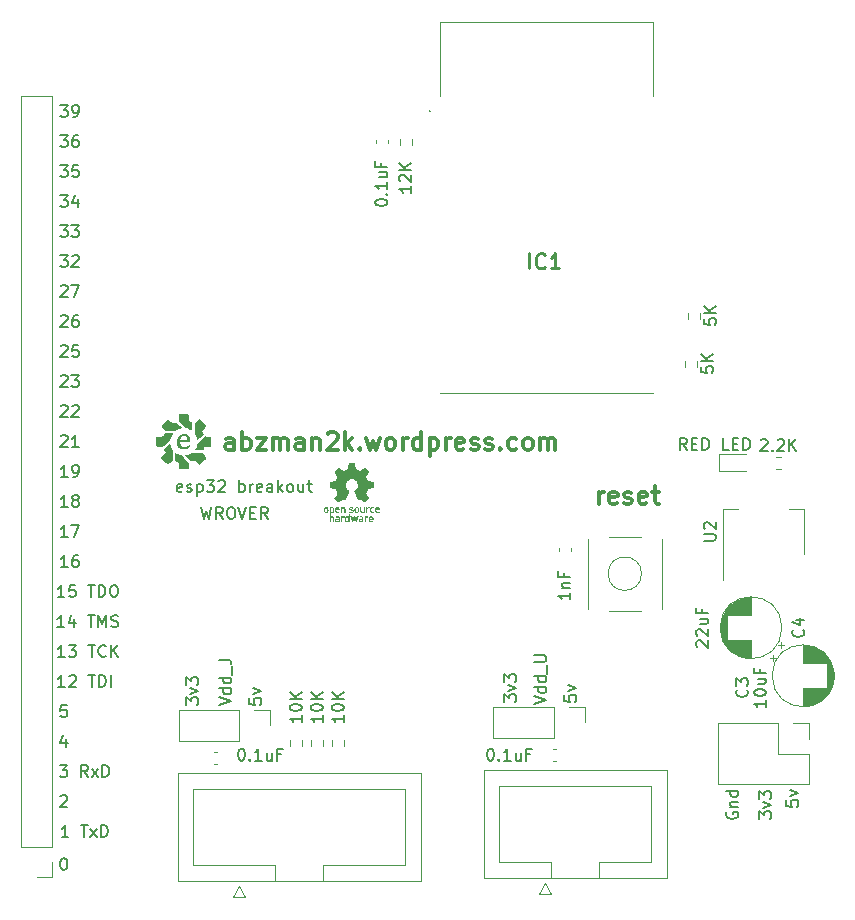
<source format=gbr>
%TF.GenerationSoftware,KiCad,Pcbnew,(6.0.0)*%
%TF.CreationDate,2022-01-24T17:46:17-05:00*%
%TF.ProjectId,esp32 breakout2,65737033-3220-4627-9265-616b6f757432,rev?*%
%TF.SameCoordinates,Original*%
%TF.FileFunction,Legend,Top*%
%TF.FilePolarity,Positive*%
%FSLAX46Y46*%
G04 Gerber Fmt 4.6, Leading zero omitted, Abs format (unit mm)*
G04 Created by KiCad (PCBNEW (6.0.0)) date 2022-01-24 17:46:17*
%MOMM*%
%LPD*%
G01*
G04 APERTURE LIST*
%ADD10C,0.150000*%
%ADD11C,0.300000*%
%ADD12C,0.254000*%
%ADD13C,0.120000*%
%ADD14C,0.100000*%
G04 APERTURE END LIST*
D10*
X126150952Y-107910380D02*
X126770000Y-107910380D01*
X126436666Y-108291333D01*
X126579523Y-108291333D01*
X126674761Y-108338952D01*
X126722380Y-108386571D01*
X126770000Y-108481809D01*
X126770000Y-108719904D01*
X126722380Y-108815142D01*
X126674761Y-108862761D01*
X126579523Y-108910380D01*
X126293809Y-108910380D01*
X126198571Y-108862761D01*
X126150952Y-108815142D01*
X128531904Y-108910380D02*
X128198571Y-108434190D01*
X127960476Y-108910380D02*
X127960476Y-107910380D01*
X128341428Y-107910380D01*
X128436666Y-107958000D01*
X128484285Y-108005619D01*
X128531904Y-108100857D01*
X128531904Y-108243714D01*
X128484285Y-108338952D01*
X128436666Y-108386571D01*
X128341428Y-108434190D01*
X127960476Y-108434190D01*
X128865238Y-108910380D02*
X129389047Y-108243714D01*
X128865238Y-108243714D02*
X129389047Y-108910380D01*
X129770000Y-108910380D02*
X129770000Y-107910380D01*
X130008095Y-107910380D01*
X130150952Y-107958000D01*
X130246190Y-108053238D01*
X130293809Y-108148476D01*
X130341428Y-108338952D01*
X130341428Y-108481809D01*
X130293809Y-108672285D01*
X130246190Y-108767523D01*
X130150952Y-108862761D01*
X130008095Y-108910380D01*
X129770000Y-108910380D01*
X126238095Y-74985619D02*
X126285714Y-74938000D01*
X126380952Y-74890380D01*
X126619047Y-74890380D01*
X126714285Y-74938000D01*
X126761904Y-74985619D01*
X126809523Y-75080857D01*
X126809523Y-75176095D01*
X126761904Y-75318952D01*
X126190476Y-75890380D01*
X126809523Y-75890380D01*
X127142857Y-74890380D02*
X127761904Y-74890380D01*
X127428571Y-75271333D01*
X127571428Y-75271333D01*
X127666666Y-75318952D01*
X127714285Y-75366571D01*
X127761904Y-75461809D01*
X127761904Y-75699904D01*
X127714285Y-75795142D01*
X127666666Y-75842761D01*
X127571428Y-75890380D01*
X127285714Y-75890380D01*
X127190476Y-75842761D01*
X127142857Y-75795142D01*
X126238095Y-67365619D02*
X126285714Y-67318000D01*
X126380952Y-67270380D01*
X126619047Y-67270380D01*
X126714285Y-67318000D01*
X126761904Y-67365619D01*
X126809523Y-67460857D01*
X126809523Y-67556095D01*
X126761904Y-67698952D01*
X126190476Y-68270380D01*
X126809523Y-68270380D01*
X127142857Y-67270380D02*
X127809523Y-67270380D01*
X127380952Y-68270380D01*
X126206285Y-110545619D02*
X126253904Y-110498000D01*
X126349142Y-110450380D01*
X126587238Y-110450380D01*
X126682476Y-110498000D01*
X126730095Y-110545619D01*
X126777714Y-110640857D01*
X126777714Y-110736095D01*
X126730095Y-110878952D01*
X126158666Y-111450380D01*
X126777714Y-111450380D01*
D11*
X140892285Y-81196571D02*
X140892285Y-80410857D01*
X140820857Y-80268000D01*
X140678000Y-80196571D01*
X140392285Y-80196571D01*
X140249428Y-80268000D01*
X140892285Y-81125142D02*
X140749428Y-81196571D01*
X140392285Y-81196571D01*
X140249428Y-81125142D01*
X140178000Y-80982285D01*
X140178000Y-80839428D01*
X140249428Y-80696571D01*
X140392285Y-80625142D01*
X140749428Y-80625142D01*
X140892285Y-80553714D01*
X141606571Y-81196571D02*
X141606571Y-79696571D01*
X141606571Y-80268000D02*
X141749428Y-80196571D01*
X142035142Y-80196571D01*
X142178000Y-80268000D01*
X142249428Y-80339428D01*
X142320857Y-80482285D01*
X142320857Y-80910857D01*
X142249428Y-81053714D01*
X142178000Y-81125142D01*
X142035142Y-81196571D01*
X141749428Y-81196571D01*
X141606571Y-81125142D01*
X142820857Y-80196571D02*
X143606571Y-80196571D01*
X142820857Y-81196571D01*
X143606571Y-81196571D01*
X144178000Y-81196571D02*
X144178000Y-80196571D01*
X144178000Y-80339428D02*
X144249428Y-80268000D01*
X144392285Y-80196571D01*
X144606571Y-80196571D01*
X144749428Y-80268000D01*
X144820857Y-80410857D01*
X144820857Y-81196571D01*
X144820857Y-80410857D02*
X144892285Y-80268000D01*
X145035142Y-80196571D01*
X145249428Y-80196571D01*
X145392285Y-80268000D01*
X145463714Y-80410857D01*
X145463714Y-81196571D01*
X146820857Y-81196571D02*
X146820857Y-80410857D01*
X146749428Y-80268000D01*
X146606571Y-80196571D01*
X146320857Y-80196571D01*
X146178000Y-80268000D01*
X146820857Y-81125142D02*
X146678000Y-81196571D01*
X146320857Y-81196571D01*
X146178000Y-81125142D01*
X146106571Y-80982285D01*
X146106571Y-80839428D01*
X146178000Y-80696571D01*
X146320857Y-80625142D01*
X146678000Y-80625142D01*
X146820857Y-80553714D01*
X147535142Y-80196571D02*
X147535142Y-81196571D01*
X147535142Y-80339428D02*
X147606571Y-80268000D01*
X147749428Y-80196571D01*
X147963714Y-80196571D01*
X148106571Y-80268000D01*
X148178000Y-80410857D01*
X148178000Y-81196571D01*
X148820857Y-79839428D02*
X148892285Y-79768000D01*
X149035142Y-79696571D01*
X149392285Y-79696571D01*
X149535142Y-79768000D01*
X149606571Y-79839428D01*
X149678000Y-79982285D01*
X149678000Y-80125142D01*
X149606571Y-80339428D01*
X148749428Y-81196571D01*
X149678000Y-81196571D01*
X150320857Y-81196571D02*
X150320857Y-79696571D01*
X150463714Y-80625142D02*
X150892285Y-81196571D01*
X150892285Y-80196571D02*
X150320857Y-80768000D01*
X151535142Y-81053714D02*
X151606571Y-81125142D01*
X151535142Y-81196571D01*
X151463714Y-81125142D01*
X151535142Y-81053714D01*
X151535142Y-81196571D01*
X152106571Y-80196571D02*
X152392285Y-81196571D01*
X152678000Y-80482285D01*
X152963714Y-81196571D01*
X153249428Y-80196571D01*
X154035142Y-81196571D02*
X153892285Y-81125142D01*
X153820857Y-81053714D01*
X153749428Y-80910857D01*
X153749428Y-80482285D01*
X153820857Y-80339428D01*
X153892285Y-80268000D01*
X154035142Y-80196571D01*
X154249428Y-80196571D01*
X154392285Y-80268000D01*
X154463714Y-80339428D01*
X154535142Y-80482285D01*
X154535142Y-80910857D01*
X154463714Y-81053714D01*
X154392285Y-81125142D01*
X154249428Y-81196571D01*
X154035142Y-81196571D01*
X155178000Y-81196571D02*
X155178000Y-80196571D01*
X155178000Y-80482285D02*
X155249428Y-80339428D01*
X155320857Y-80268000D01*
X155463714Y-80196571D01*
X155606571Y-80196571D01*
X156749428Y-81196571D02*
X156749428Y-79696571D01*
X156749428Y-81125142D02*
X156606571Y-81196571D01*
X156320857Y-81196571D01*
X156178000Y-81125142D01*
X156106571Y-81053714D01*
X156035142Y-80910857D01*
X156035142Y-80482285D01*
X156106571Y-80339428D01*
X156178000Y-80268000D01*
X156320857Y-80196571D01*
X156606571Y-80196571D01*
X156749428Y-80268000D01*
X157463714Y-80196571D02*
X157463714Y-81696571D01*
X157463714Y-80268000D02*
X157606571Y-80196571D01*
X157892285Y-80196571D01*
X158035142Y-80268000D01*
X158106571Y-80339428D01*
X158178000Y-80482285D01*
X158178000Y-80910857D01*
X158106571Y-81053714D01*
X158035142Y-81125142D01*
X157892285Y-81196571D01*
X157606571Y-81196571D01*
X157463714Y-81125142D01*
X158820857Y-81196571D02*
X158820857Y-80196571D01*
X158820857Y-80482285D02*
X158892285Y-80339428D01*
X158963714Y-80268000D01*
X159106571Y-80196571D01*
X159249428Y-80196571D01*
X160320857Y-81125142D02*
X160178000Y-81196571D01*
X159892285Y-81196571D01*
X159749428Y-81125142D01*
X159678000Y-80982285D01*
X159678000Y-80410857D01*
X159749428Y-80268000D01*
X159892285Y-80196571D01*
X160178000Y-80196571D01*
X160320857Y-80268000D01*
X160392285Y-80410857D01*
X160392285Y-80553714D01*
X159678000Y-80696571D01*
X160963714Y-81125142D02*
X161106571Y-81196571D01*
X161392285Y-81196571D01*
X161535142Y-81125142D01*
X161606571Y-80982285D01*
X161606571Y-80910857D01*
X161535142Y-80768000D01*
X161392285Y-80696571D01*
X161178000Y-80696571D01*
X161035142Y-80625142D01*
X160963714Y-80482285D01*
X160963714Y-80410857D01*
X161035142Y-80268000D01*
X161178000Y-80196571D01*
X161392285Y-80196571D01*
X161535142Y-80268000D01*
X162178000Y-81125142D02*
X162320857Y-81196571D01*
X162606571Y-81196571D01*
X162749428Y-81125142D01*
X162820857Y-80982285D01*
X162820857Y-80910857D01*
X162749428Y-80768000D01*
X162606571Y-80696571D01*
X162392285Y-80696571D01*
X162249428Y-80625142D01*
X162178000Y-80482285D01*
X162178000Y-80410857D01*
X162249428Y-80268000D01*
X162392285Y-80196571D01*
X162606571Y-80196571D01*
X162749428Y-80268000D01*
X163463714Y-81053714D02*
X163535142Y-81125142D01*
X163463714Y-81196571D01*
X163392285Y-81125142D01*
X163463714Y-81053714D01*
X163463714Y-81196571D01*
X164820857Y-81125142D02*
X164678000Y-81196571D01*
X164392285Y-81196571D01*
X164249428Y-81125142D01*
X164178000Y-81053714D01*
X164106571Y-80910857D01*
X164106571Y-80482285D01*
X164178000Y-80339428D01*
X164249428Y-80268000D01*
X164392285Y-80196571D01*
X164678000Y-80196571D01*
X164820857Y-80268000D01*
X165678000Y-81196571D02*
X165535142Y-81125142D01*
X165463714Y-81053714D01*
X165392285Y-80910857D01*
X165392285Y-80482285D01*
X165463714Y-80339428D01*
X165535142Y-80268000D01*
X165678000Y-80196571D01*
X165892285Y-80196571D01*
X166035142Y-80268000D01*
X166106571Y-80339428D01*
X166178000Y-80482285D01*
X166178000Y-80910857D01*
X166106571Y-81053714D01*
X166035142Y-81125142D01*
X165892285Y-81196571D01*
X165678000Y-81196571D01*
X166820857Y-81196571D02*
X166820857Y-80196571D01*
X166820857Y-80339428D02*
X166892285Y-80268000D01*
X167035142Y-80196571D01*
X167249428Y-80196571D01*
X167392285Y-80268000D01*
X167463714Y-80410857D01*
X167463714Y-81196571D01*
X167463714Y-80410857D02*
X167535142Y-80268000D01*
X167678000Y-80196571D01*
X167892285Y-80196571D01*
X168035142Y-80268000D01*
X168106571Y-80410857D01*
X168106571Y-81196571D01*
D10*
X166330380Y-102726857D02*
X167330380Y-102393523D01*
X166330380Y-102060190D01*
X167330380Y-101298285D02*
X166330380Y-101298285D01*
X167282761Y-101298285D02*
X167330380Y-101393523D01*
X167330380Y-101584000D01*
X167282761Y-101679238D01*
X167235142Y-101726857D01*
X167139904Y-101774476D01*
X166854190Y-101774476D01*
X166758952Y-101726857D01*
X166711333Y-101679238D01*
X166663714Y-101584000D01*
X166663714Y-101393523D01*
X166711333Y-101298285D01*
X167330380Y-100393523D02*
X166330380Y-100393523D01*
X167282761Y-100393523D02*
X167330380Y-100488761D01*
X167330380Y-100679238D01*
X167282761Y-100774476D01*
X167235142Y-100822095D01*
X167139904Y-100869714D01*
X166854190Y-100869714D01*
X166758952Y-100822095D01*
X166711333Y-100774476D01*
X166663714Y-100679238D01*
X166663714Y-100488761D01*
X166711333Y-100393523D01*
X167425619Y-100155428D02*
X167425619Y-99393523D01*
X166330380Y-99155428D02*
X167139904Y-99155428D01*
X167235142Y-99107809D01*
X167282761Y-99060190D01*
X167330380Y-98964952D01*
X167330380Y-98774476D01*
X167282761Y-98679238D01*
X167235142Y-98631619D01*
X167139904Y-98584000D01*
X166330380Y-98584000D01*
X136493904Y-84732761D02*
X136398666Y-84780380D01*
X136208190Y-84780380D01*
X136112952Y-84732761D01*
X136065333Y-84637523D01*
X136065333Y-84256571D01*
X136112952Y-84161333D01*
X136208190Y-84113714D01*
X136398666Y-84113714D01*
X136493904Y-84161333D01*
X136541523Y-84256571D01*
X136541523Y-84351809D01*
X136065333Y-84447047D01*
X136922476Y-84732761D02*
X137017714Y-84780380D01*
X137208190Y-84780380D01*
X137303428Y-84732761D01*
X137351047Y-84637523D01*
X137351047Y-84589904D01*
X137303428Y-84494666D01*
X137208190Y-84447047D01*
X137065333Y-84447047D01*
X136970095Y-84399428D01*
X136922476Y-84304190D01*
X136922476Y-84256571D01*
X136970095Y-84161333D01*
X137065333Y-84113714D01*
X137208190Y-84113714D01*
X137303428Y-84161333D01*
X137779619Y-84113714D02*
X137779619Y-85113714D01*
X137779619Y-84161333D02*
X137874857Y-84113714D01*
X138065333Y-84113714D01*
X138160571Y-84161333D01*
X138208190Y-84208952D01*
X138255809Y-84304190D01*
X138255809Y-84589904D01*
X138208190Y-84685142D01*
X138160571Y-84732761D01*
X138065333Y-84780380D01*
X137874857Y-84780380D01*
X137779619Y-84732761D01*
X138589142Y-83780380D02*
X139208190Y-83780380D01*
X138874857Y-84161333D01*
X139017714Y-84161333D01*
X139112952Y-84208952D01*
X139160571Y-84256571D01*
X139208190Y-84351809D01*
X139208190Y-84589904D01*
X139160571Y-84685142D01*
X139112952Y-84732761D01*
X139017714Y-84780380D01*
X138732000Y-84780380D01*
X138636761Y-84732761D01*
X138589142Y-84685142D01*
X139589142Y-83875619D02*
X139636761Y-83828000D01*
X139732000Y-83780380D01*
X139970095Y-83780380D01*
X140065333Y-83828000D01*
X140112952Y-83875619D01*
X140160571Y-83970857D01*
X140160571Y-84066095D01*
X140112952Y-84208952D01*
X139541523Y-84780380D01*
X140160571Y-84780380D01*
X141351047Y-84780380D02*
X141351047Y-83780380D01*
X141351047Y-84161333D02*
X141446285Y-84113714D01*
X141636761Y-84113714D01*
X141732000Y-84161333D01*
X141779619Y-84208952D01*
X141827238Y-84304190D01*
X141827238Y-84589904D01*
X141779619Y-84685142D01*
X141732000Y-84732761D01*
X141636761Y-84780380D01*
X141446285Y-84780380D01*
X141351047Y-84732761D01*
X142255809Y-84780380D02*
X142255809Y-84113714D01*
X142255809Y-84304190D02*
X142303428Y-84208952D01*
X142351047Y-84161333D01*
X142446285Y-84113714D01*
X142541523Y-84113714D01*
X143255809Y-84732761D02*
X143160571Y-84780380D01*
X142970095Y-84780380D01*
X142874857Y-84732761D01*
X142827238Y-84637523D01*
X142827238Y-84256571D01*
X142874857Y-84161333D01*
X142970095Y-84113714D01*
X143160571Y-84113714D01*
X143255809Y-84161333D01*
X143303428Y-84256571D01*
X143303428Y-84351809D01*
X142827238Y-84447047D01*
X144160571Y-84780380D02*
X144160571Y-84256571D01*
X144112952Y-84161333D01*
X144017714Y-84113714D01*
X143827238Y-84113714D01*
X143732000Y-84161333D01*
X144160571Y-84732761D02*
X144065333Y-84780380D01*
X143827238Y-84780380D01*
X143732000Y-84732761D01*
X143684380Y-84637523D01*
X143684380Y-84542285D01*
X143732000Y-84447047D01*
X143827238Y-84399428D01*
X144065333Y-84399428D01*
X144160571Y-84351809D01*
X144636761Y-84780380D02*
X144636761Y-83780380D01*
X144732000Y-84399428D02*
X145017714Y-84780380D01*
X145017714Y-84113714D02*
X144636761Y-84494666D01*
X145589142Y-84780380D02*
X145493904Y-84732761D01*
X145446285Y-84685142D01*
X145398666Y-84589904D01*
X145398666Y-84304190D01*
X145446285Y-84208952D01*
X145493904Y-84161333D01*
X145589142Y-84113714D01*
X145732000Y-84113714D01*
X145827238Y-84161333D01*
X145874857Y-84208952D01*
X145922476Y-84304190D01*
X145922476Y-84589904D01*
X145874857Y-84685142D01*
X145827238Y-84732761D01*
X145732000Y-84780380D01*
X145589142Y-84780380D01*
X146779619Y-84113714D02*
X146779619Y-84780380D01*
X146351047Y-84113714D02*
X146351047Y-84637523D01*
X146398666Y-84732761D01*
X146493904Y-84780380D01*
X146636761Y-84780380D01*
X146732000Y-84732761D01*
X146779619Y-84685142D01*
X147112952Y-84113714D02*
X147493904Y-84113714D01*
X147255809Y-83780380D02*
X147255809Y-84637523D01*
X147303428Y-84732761D01*
X147398666Y-84780380D01*
X147493904Y-84780380D01*
X138136666Y-86066380D02*
X138374761Y-87066380D01*
X138565238Y-86352095D01*
X138755714Y-87066380D01*
X138993809Y-86066380D01*
X139946190Y-87066380D02*
X139612857Y-86590190D01*
X139374761Y-87066380D02*
X139374761Y-86066380D01*
X139755714Y-86066380D01*
X139850952Y-86114000D01*
X139898571Y-86161619D01*
X139946190Y-86256857D01*
X139946190Y-86399714D01*
X139898571Y-86494952D01*
X139850952Y-86542571D01*
X139755714Y-86590190D01*
X139374761Y-86590190D01*
X140565238Y-86066380D02*
X140755714Y-86066380D01*
X140850952Y-86114000D01*
X140946190Y-86209238D01*
X140993809Y-86399714D01*
X140993809Y-86733047D01*
X140946190Y-86923523D01*
X140850952Y-87018761D01*
X140755714Y-87066380D01*
X140565238Y-87066380D01*
X140470000Y-87018761D01*
X140374761Y-86923523D01*
X140327142Y-86733047D01*
X140327142Y-86399714D01*
X140374761Y-86209238D01*
X140470000Y-86114000D01*
X140565238Y-86066380D01*
X141279523Y-86066380D02*
X141612857Y-87066380D01*
X141946190Y-86066380D01*
X142279523Y-86542571D02*
X142612857Y-86542571D01*
X142755714Y-87066380D02*
X142279523Y-87066380D01*
X142279523Y-86066380D01*
X142755714Y-86066380D01*
X143755714Y-87066380D02*
X143422380Y-86590190D01*
X143184285Y-87066380D02*
X143184285Y-86066380D01*
X143565238Y-86066380D01*
X143660476Y-86114000D01*
X143708095Y-86161619D01*
X143755714Y-86256857D01*
X143755714Y-86399714D01*
X143708095Y-86494952D01*
X143660476Y-86542571D01*
X143565238Y-86590190D01*
X143184285Y-86590190D01*
X126190476Y-62190380D02*
X126809523Y-62190380D01*
X126476190Y-62571333D01*
X126619047Y-62571333D01*
X126714285Y-62618952D01*
X126761904Y-62666571D01*
X126809523Y-62761809D01*
X126809523Y-62999904D01*
X126761904Y-63095142D01*
X126714285Y-63142761D01*
X126619047Y-63190380D01*
X126333333Y-63190380D01*
X126238095Y-63142761D01*
X126190476Y-63095142D01*
X127142857Y-62190380D02*
X127761904Y-62190380D01*
X127428571Y-62571333D01*
X127571428Y-62571333D01*
X127666666Y-62618952D01*
X127714285Y-62666571D01*
X127761904Y-62761809D01*
X127761904Y-62999904D01*
X127714285Y-63095142D01*
X127666666Y-63142761D01*
X127571428Y-63190380D01*
X127285714Y-63190380D01*
X127190476Y-63142761D01*
X127142857Y-63095142D01*
X126809523Y-83510380D02*
X126238095Y-83510380D01*
X126523809Y-83510380D02*
X126523809Y-82510380D01*
X126428571Y-82653238D01*
X126333333Y-82748476D01*
X126238095Y-82796095D01*
X127285714Y-83510380D02*
X127476190Y-83510380D01*
X127571428Y-83462761D01*
X127619047Y-83415142D01*
X127714285Y-83272285D01*
X127761904Y-83081809D01*
X127761904Y-82700857D01*
X127714285Y-82605619D01*
X127666666Y-82558000D01*
X127571428Y-82510380D01*
X127380952Y-82510380D01*
X127285714Y-82558000D01*
X127238095Y-82605619D01*
X127190476Y-82700857D01*
X127190476Y-82938952D01*
X127238095Y-83034190D01*
X127285714Y-83081809D01*
X127380952Y-83129428D01*
X127571428Y-83129428D01*
X127666666Y-83081809D01*
X127714285Y-83034190D01*
X127761904Y-82938952D01*
X126238095Y-69905619D02*
X126285714Y-69858000D01*
X126380952Y-69810380D01*
X126619047Y-69810380D01*
X126714285Y-69858000D01*
X126761904Y-69905619D01*
X126809523Y-70000857D01*
X126809523Y-70096095D01*
X126761904Y-70238952D01*
X126190476Y-70810380D01*
X126809523Y-70810380D01*
X127666666Y-69810380D02*
X127476190Y-69810380D01*
X127380952Y-69858000D01*
X127333333Y-69905619D01*
X127238095Y-70048476D01*
X127190476Y-70238952D01*
X127190476Y-70619904D01*
X127238095Y-70715142D01*
X127285714Y-70762761D01*
X127380952Y-70810380D01*
X127571428Y-70810380D01*
X127666666Y-70762761D01*
X127714285Y-70715142D01*
X127761904Y-70619904D01*
X127761904Y-70381809D01*
X127714285Y-70286571D01*
X127666666Y-70238952D01*
X127571428Y-70191333D01*
X127380952Y-70191333D01*
X127285714Y-70238952D01*
X127238095Y-70286571D01*
X127190476Y-70381809D01*
X168870380Y-101996857D02*
X168870380Y-102473047D01*
X169346571Y-102520666D01*
X169298952Y-102473047D01*
X169251333Y-102377809D01*
X169251333Y-102139714D01*
X169298952Y-102044476D01*
X169346571Y-101996857D01*
X169441809Y-101949238D01*
X169679904Y-101949238D01*
X169775142Y-101996857D01*
X169822761Y-102044476D01*
X169870380Y-102139714D01*
X169870380Y-102377809D01*
X169822761Y-102473047D01*
X169775142Y-102520666D01*
X169203714Y-101615904D02*
X169870380Y-101377809D01*
X169203714Y-101139714D01*
X126809523Y-86050380D02*
X126238095Y-86050380D01*
X126523809Y-86050380D02*
X126523809Y-85050380D01*
X126428571Y-85193238D01*
X126333333Y-85288476D01*
X126238095Y-85336095D01*
X127380952Y-85478952D02*
X127285714Y-85431333D01*
X127238095Y-85383714D01*
X127190476Y-85288476D01*
X127190476Y-85240857D01*
X127238095Y-85145619D01*
X127285714Y-85098000D01*
X127380952Y-85050380D01*
X127571428Y-85050380D01*
X127666666Y-85098000D01*
X127714285Y-85145619D01*
X127761904Y-85240857D01*
X127761904Y-85288476D01*
X127714285Y-85383714D01*
X127666666Y-85431333D01*
X127571428Y-85478952D01*
X127380952Y-85478952D01*
X127285714Y-85526571D01*
X127238095Y-85574190D01*
X127190476Y-85669428D01*
X127190476Y-85859904D01*
X127238095Y-85955142D01*
X127285714Y-86002761D01*
X127380952Y-86050380D01*
X127571428Y-86050380D01*
X127666666Y-86002761D01*
X127714285Y-85955142D01*
X127761904Y-85859904D01*
X127761904Y-85669428D01*
X127714285Y-85574190D01*
X127666666Y-85526571D01*
X127571428Y-85478952D01*
X126238095Y-77525619D02*
X126285714Y-77478000D01*
X126380952Y-77430380D01*
X126619047Y-77430380D01*
X126714285Y-77478000D01*
X126761904Y-77525619D01*
X126809523Y-77620857D01*
X126809523Y-77716095D01*
X126761904Y-77858952D01*
X126190476Y-78430380D01*
X126809523Y-78430380D01*
X127190476Y-77525619D02*
X127238095Y-77478000D01*
X127333333Y-77430380D01*
X127571428Y-77430380D01*
X127666666Y-77478000D01*
X127714285Y-77525619D01*
X127761904Y-77620857D01*
X127761904Y-77716095D01*
X127714285Y-77858952D01*
X127142857Y-78430380D01*
X127761904Y-78430380D01*
X126682476Y-105703714D02*
X126682476Y-106370380D01*
X126444380Y-105322761D02*
X126206285Y-106037047D01*
X126825333Y-106037047D01*
X126809523Y-88590380D02*
X126238095Y-88590380D01*
X126523809Y-88590380D02*
X126523809Y-87590380D01*
X126428571Y-87733238D01*
X126333333Y-87828476D01*
X126238095Y-87876095D01*
X127142857Y-87590380D02*
X127809523Y-87590380D01*
X127380952Y-88590380D01*
X126571619Y-98750380D02*
X126000190Y-98750380D01*
X126285904Y-98750380D02*
X126285904Y-97750380D01*
X126190666Y-97893238D01*
X126095428Y-97988476D01*
X126000190Y-98036095D01*
X126904952Y-97750380D02*
X127524000Y-97750380D01*
X127190666Y-98131333D01*
X127333523Y-98131333D01*
X127428761Y-98178952D01*
X127476380Y-98226571D01*
X127524000Y-98321809D01*
X127524000Y-98559904D01*
X127476380Y-98655142D01*
X127428761Y-98702761D01*
X127333523Y-98750380D01*
X127047809Y-98750380D01*
X126952571Y-98702761D01*
X126904952Y-98655142D01*
X128571619Y-97750380D02*
X129143047Y-97750380D01*
X128857333Y-98750380D02*
X128857333Y-97750380D01*
X130047809Y-98655142D02*
X130000190Y-98702761D01*
X129857333Y-98750380D01*
X129762095Y-98750380D01*
X129619238Y-98702761D01*
X129524000Y-98607523D01*
X129476380Y-98512285D01*
X129428761Y-98321809D01*
X129428761Y-98178952D01*
X129476380Y-97988476D01*
X129524000Y-97893238D01*
X129619238Y-97798000D01*
X129762095Y-97750380D01*
X129857333Y-97750380D01*
X130000190Y-97798000D01*
X130047809Y-97845619D01*
X130476380Y-98750380D02*
X130476380Y-97750380D01*
X131047809Y-98750380D02*
X130619238Y-98178952D01*
X131047809Y-97750380D02*
X130476380Y-98321809D01*
X126238095Y-80065619D02*
X126285714Y-80018000D01*
X126380952Y-79970380D01*
X126619047Y-79970380D01*
X126714285Y-80018000D01*
X126761904Y-80065619D01*
X126809523Y-80160857D01*
X126809523Y-80256095D01*
X126761904Y-80398952D01*
X126190476Y-80970380D01*
X126809523Y-80970380D01*
X127761904Y-80970380D02*
X127190476Y-80970380D01*
X127476190Y-80970380D02*
X127476190Y-79970380D01*
X127380952Y-80113238D01*
X127285714Y-80208476D01*
X127190476Y-80256095D01*
X126579523Y-101290380D02*
X126008095Y-101290380D01*
X126293809Y-101290380D02*
X126293809Y-100290380D01*
X126198571Y-100433238D01*
X126103333Y-100528476D01*
X126008095Y-100576095D01*
X126960476Y-100385619D02*
X127008095Y-100338000D01*
X127103333Y-100290380D01*
X127341428Y-100290380D01*
X127436666Y-100338000D01*
X127484285Y-100385619D01*
X127531904Y-100480857D01*
X127531904Y-100576095D01*
X127484285Y-100718952D01*
X126912857Y-101290380D01*
X127531904Y-101290380D01*
X128579523Y-100290380D02*
X129150952Y-100290380D01*
X128865238Y-101290380D02*
X128865238Y-100290380D01*
X129484285Y-101290380D02*
X129484285Y-100290380D01*
X129722380Y-100290380D01*
X129865238Y-100338000D01*
X129960476Y-100433238D01*
X130008095Y-100528476D01*
X130055714Y-100718952D01*
X130055714Y-100861809D01*
X130008095Y-101052285D01*
X129960476Y-101147523D01*
X129865238Y-101242761D01*
X129722380Y-101290380D01*
X129484285Y-101290380D01*
X130484285Y-101290380D02*
X130484285Y-100290380D01*
X126238095Y-72445619D02*
X126285714Y-72398000D01*
X126380952Y-72350380D01*
X126619047Y-72350380D01*
X126714285Y-72398000D01*
X126761904Y-72445619D01*
X126809523Y-72540857D01*
X126809523Y-72636095D01*
X126761904Y-72778952D01*
X126190476Y-73350380D01*
X126809523Y-73350380D01*
X127714285Y-72350380D02*
X127238095Y-72350380D01*
X127190476Y-72826571D01*
X127238095Y-72778952D01*
X127333333Y-72731333D01*
X127571428Y-72731333D01*
X127666666Y-72778952D01*
X127714285Y-72826571D01*
X127761904Y-72921809D01*
X127761904Y-73159904D01*
X127714285Y-73255142D01*
X127666666Y-73302761D01*
X127571428Y-73350380D01*
X127333333Y-73350380D01*
X127238095Y-73302761D01*
X127190476Y-73255142D01*
X126190476Y-57110380D02*
X126809523Y-57110380D01*
X126476190Y-57491333D01*
X126619047Y-57491333D01*
X126714285Y-57538952D01*
X126761904Y-57586571D01*
X126809523Y-57681809D01*
X126809523Y-57919904D01*
X126761904Y-58015142D01*
X126714285Y-58062761D01*
X126619047Y-58110380D01*
X126333333Y-58110380D01*
X126238095Y-58062761D01*
X126190476Y-58015142D01*
X127714285Y-57110380D02*
X127238095Y-57110380D01*
X127190476Y-57586571D01*
X127238095Y-57538952D01*
X127333333Y-57491333D01*
X127571428Y-57491333D01*
X127666666Y-57538952D01*
X127714285Y-57586571D01*
X127761904Y-57681809D01*
X127761904Y-57919904D01*
X127714285Y-58015142D01*
X127666666Y-58062761D01*
X127571428Y-58110380D01*
X127333333Y-58110380D01*
X127238095Y-58062761D01*
X127190476Y-58015142D01*
D11*
X171815428Y-85768571D02*
X171815428Y-84768571D01*
X171815428Y-85054285D02*
X171886857Y-84911428D01*
X171958285Y-84840000D01*
X172101142Y-84768571D01*
X172244000Y-84768571D01*
X173315428Y-85697142D02*
X173172571Y-85768571D01*
X172886857Y-85768571D01*
X172744000Y-85697142D01*
X172672571Y-85554285D01*
X172672571Y-84982857D01*
X172744000Y-84840000D01*
X172886857Y-84768571D01*
X173172571Y-84768571D01*
X173315428Y-84840000D01*
X173386857Y-84982857D01*
X173386857Y-85125714D01*
X172672571Y-85268571D01*
X173958285Y-85697142D02*
X174101142Y-85768571D01*
X174386857Y-85768571D01*
X174529714Y-85697142D01*
X174601142Y-85554285D01*
X174601142Y-85482857D01*
X174529714Y-85340000D01*
X174386857Y-85268571D01*
X174172571Y-85268571D01*
X174029714Y-85197142D01*
X173958285Y-85054285D01*
X173958285Y-84982857D01*
X174029714Y-84840000D01*
X174172571Y-84768571D01*
X174386857Y-84768571D01*
X174529714Y-84840000D01*
X175815428Y-85697142D02*
X175672571Y-85768571D01*
X175386857Y-85768571D01*
X175244000Y-85697142D01*
X175172571Y-85554285D01*
X175172571Y-84982857D01*
X175244000Y-84840000D01*
X175386857Y-84768571D01*
X175672571Y-84768571D01*
X175815428Y-84840000D01*
X175886857Y-84982857D01*
X175886857Y-85125714D01*
X175172571Y-85268571D01*
X176315428Y-84768571D02*
X176886857Y-84768571D01*
X176529714Y-84268571D02*
X176529714Y-85554285D01*
X176601142Y-85697142D01*
X176744000Y-85768571D01*
X176886857Y-85768571D01*
D10*
X187666380Y-110886857D02*
X187666380Y-111363047D01*
X188142571Y-111410666D01*
X188094952Y-111363047D01*
X188047333Y-111267809D01*
X188047333Y-111029714D01*
X188094952Y-110934476D01*
X188142571Y-110886857D01*
X188237809Y-110839238D01*
X188475904Y-110839238D01*
X188571142Y-110886857D01*
X188618761Y-110934476D01*
X188666380Y-111029714D01*
X188666380Y-111267809D01*
X188618761Y-111363047D01*
X188571142Y-111410666D01*
X187999714Y-110505904D02*
X188666380Y-110267809D01*
X187999714Y-110029714D01*
X126730095Y-102830380D02*
X126253904Y-102830380D01*
X126206285Y-103306571D01*
X126253904Y-103258952D01*
X126349142Y-103211333D01*
X126587238Y-103211333D01*
X126682476Y-103258952D01*
X126730095Y-103306571D01*
X126777714Y-103401809D01*
X126777714Y-103639904D01*
X126730095Y-103735142D01*
X126682476Y-103782761D01*
X126587238Y-103830380D01*
X126349142Y-103830380D01*
X126253904Y-103782761D01*
X126206285Y-103735142D01*
X126524000Y-96210380D02*
X125952571Y-96210380D01*
X126238285Y-96210380D02*
X126238285Y-95210380D01*
X126143047Y-95353238D01*
X126047809Y-95448476D01*
X125952571Y-95496095D01*
X127381142Y-95543714D02*
X127381142Y-96210380D01*
X127143047Y-95162761D02*
X126904952Y-95877047D01*
X127524000Y-95877047D01*
X128524000Y-95210380D02*
X129095428Y-95210380D01*
X128809714Y-96210380D02*
X128809714Y-95210380D01*
X129428761Y-96210380D02*
X129428761Y-95210380D01*
X129762095Y-95924666D01*
X130095428Y-95210380D01*
X130095428Y-96210380D01*
X130524000Y-96162761D02*
X130666857Y-96210380D01*
X130904952Y-96210380D01*
X131000190Y-96162761D01*
X131047809Y-96115142D01*
X131095428Y-96019904D01*
X131095428Y-95924666D01*
X131047809Y-95829428D01*
X131000190Y-95781809D01*
X130904952Y-95734190D01*
X130714476Y-95686571D01*
X130619238Y-95638952D01*
X130571619Y-95591333D01*
X130524000Y-95496095D01*
X130524000Y-95400857D01*
X130571619Y-95305619D01*
X130619238Y-95258000D01*
X130714476Y-95210380D01*
X130952571Y-95210380D01*
X131095428Y-95258000D01*
X126444380Y-115784380D02*
X126539619Y-115784380D01*
X126634857Y-115832000D01*
X126682476Y-115879619D01*
X126730095Y-115974857D01*
X126777714Y-116165333D01*
X126777714Y-116403428D01*
X126730095Y-116593904D01*
X126682476Y-116689142D01*
X126634857Y-116736761D01*
X126539619Y-116784380D01*
X126444380Y-116784380D01*
X126349142Y-116736761D01*
X126301523Y-116689142D01*
X126253904Y-116593904D01*
X126206285Y-116403428D01*
X126206285Y-116165333D01*
X126253904Y-115974857D01*
X126301523Y-115879619D01*
X126349142Y-115832000D01*
X126444380Y-115784380D01*
X126809523Y-91130380D02*
X126238095Y-91130380D01*
X126523809Y-91130380D02*
X126523809Y-90130380D01*
X126428571Y-90273238D01*
X126333333Y-90368476D01*
X126238095Y-90416095D01*
X127666666Y-90130380D02*
X127476190Y-90130380D01*
X127380952Y-90178000D01*
X127333333Y-90225619D01*
X127238095Y-90368476D01*
X127190476Y-90558952D01*
X127190476Y-90939904D01*
X127238095Y-91035142D01*
X127285714Y-91082761D01*
X127380952Y-91130380D01*
X127571428Y-91130380D01*
X127666666Y-91082761D01*
X127714285Y-91035142D01*
X127761904Y-90939904D01*
X127761904Y-90701809D01*
X127714285Y-90606571D01*
X127666666Y-90558952D01*
X127571428Y-90511333D01*
X127380952Y-90511333D01*
X127285714Y-90558952D01*
X127238095Y-90606571D01*
X127190476Y-90701809D01*
X182634000Y-111894857D02*
X182586380Y-111990095D01*
X182586380Y-112132952D01*
X182634000Y-112275809D01*
X182729238Y-112371047D01*
X182824476Y-112418666D01*
X183014952Y-112466285D01*
X183157809Y-112466285D01*
X183348285Y-112418666D01*
X183443523Y-112371047D01*
X183538761Y-112275809D01*
X183586380Y-112132952D01*
X183586380Y-112037714D01*
X183538761Y-111894857D01*
X183491142Y-111847238D01*
X183157809Y-111847238D01*
X183157809Y-112037714D01*
X182919714Y-111418666D02*
X183586380Y-111418666D01*
X183014952Y-111418666D02*
X182967333Y-111371047D01*
X182919714Y-111275809D01*
X182919714Y-111132952D01*
X182967333Y-111037714D01*
X183062571Y-110990095D01*
X183586380Y-110990095D01*
X183586380Y-110085333D02*
X182586380Y-110085333D01*
X183538761Y-110085333D02*
X183586380Y-110180571D01*
X183586380Y-110371047D01*
X183538761Y-110466285D01*
X183491142Y-110513904D01*
X183395904Y-110561523D01*
X183110190Y-110561523D01*
X183014952Y-110513904D01*
X182967333Y-110466285D01*
X182919714Y-110371047D01*
X182919714Y-110180571D01*
X182967333Y-110085333D01*
X126190476Y-54570380D02*
X126809523Y-54570380D01*
X126476190Y-54951333D01*
X126619047Y-54951333D01*
X126714285Y-54998952D01*
X126761904Y-55046571D01*
X126809523Y-55141809D01*
X126809523Y-55379904D01*
X126761904Y-55475142D01*
X126714285Y-55522761D01*
X126619047Y-55570380D01*
X126333333Y-55570380D01*
X126238095Y-55522761D01*
X126190476Y-55475142D01*
X127666666Y-54570380D02*
X127476190Y-54570380D01*
X127380952Y-54618000D01*
X127333333Y-54665619D01*
X127238095Y-54808476D01*
X127190476Y-54998952D01*
X127190476Y-55379904D01*
X127238095Y-55475142D01*
X127285714Y-55522761D01*
X127380952Y-55570380D01*
X127571428Y-55570380D01*
X127666666Y-55522761D01*
X127714285Y-55475142D01*
X127761904Y-55379904D01*
X127761904Y-55141809D01*
X127714285Y-55046571D01*
X127666666Y-54998952D01*
X127571428Y-54951333D01*
X127380952Y-54951333D01*
X127285714Y-54998952D01*
X127238095Y-55046571D01*
X127190476Y-55141809D01*
X136866380Y-102790476D02*
X136866380Y-102171428D01*
X137247333Y-102504761D01*
X137247333Y-102361904D01*
X137294952Y-102266666D01*
X137342571Y-102219047D01*
X137437809Y-102171428D01*
X137675904Y-102171428D01*
X137771142Y-102219047D01*
X137818761Y-102266666D01*
X137866380Y-102361904D01*
X137866380Y-102647619D01*
X137818761Y-102742857D01*
X137771142Y-102790476D01*
X137199714Y-101838095D02*
X137866380Y-101600000D01*
X137199714Y-101361904D01*
X136866380Y-101076190D02*
X136866380Y-100457142D01*
X137247333Y-100790476D01*
X137247333Y-100647619D01*
X137294952Y-100552380D01*
X137342571Y-100504761D01*
X137437809Y-100457142D01*
X137675904Y-100457142D01*
X137771142Y-100504761D01*
X137818761Y-100552380D01*
X137866380Y-100647619D01*
X137866380Y-100933333D01*
X137818761Y-101028571D01*
X137771142Y-101076190D01*
X126547809Y-93670380D02*
X125976380Y-93670380D01*
X126262095Y-93670380D02*
X126262095Y-92670380D01*
X126166857Y-92813238D01*
X126071619Y-92908476D01*
X125976380Y-92956095D01*
X127452571Y-92670380D02*
X126976380Y-92670380D01*
X126928761Y-93146571D01*
X126976380Y-93098952D01*
X127071619Y-93051333D01*
X127309714Y-93051333D01*
X127404952Y-93098952D01*
X127452571Y-93146571D01*
X127500190Y-93241809D01*
X127500190Y-93479904D01*
X127452571Y-93575142D01*
X127404952Y-93622761D01*
X127309714Y-93670380D01*
X127071619Y-93670380D01*
X126976380Y-93622761D01*
X126928761Y-93575142D01*
X128547809Y-92670380D02*
X129119238Y-92670380D01*
X128833523Y-93670380D02*
X128833523Y-92670380D01*
X129452571Y-93670380D02*
X129452571Y-92670380D01*
X129690666Y-92670380D01*
X129833523Y-92718000D01*
X129928761Y-92813238D01*
X129976380Y-92908476D01*
X130024000Y-93098952D01*
X130024000Y-93241809D01*
X129976380Y-93432285D01*
X129928761Y-93527523D01*
X129833523Y-93622761D01*
X129690666Y-93670380D01*
X129452571Y-93670380D01*
X130643047Y-92670380D02*
X130833523Y-92670380D01*
X130928761Y-92718000D01*
X131024000Y-92813238D01*
X131071619Y-93003714D01*
X131071619Y-93337047D01*
X131024000Y-93527523D01*
X130928761Y-93622761D01*
X130833523Y-93670380D01*
X130643047Y-93670380D01*
X130547809Y-93622761D01*
X130452571Y-93527523D01*
X130404952Y-93337047D01*
X130404952Y-93003714D01*
X130452571Y-92813238D01*
X130547809Y-92718000D01*
X130643047Y-92670380D01*
X142200380Y-102250857D02*
X142200380Y-102727047D01*
X142676571Y-102774666D01*
X142628952Y-102727047D01*
X142581333Y-102631809D01*
X142581333Y-102393714D01*
X142628952Y-102298476D01*
X142676571Y-102250857D01*
X142771809Y-102203238D01*
X143009904Y-102203238D01*
X143105142Y-102250857D01*
X143152761Y-102298476D01*
X143200380Y-102393714D01*
X143200380Y-102631809D01*
X143152761Y-102727047D01*
X143105142Y-102774666D01*
X142533714Y-101869904D02*
X143200380Y-101631809D01*
X142533714Y-101393714D01*
X126889047Y-113990380D02*
X126317619Y-113990380D01*
X126603333Y-113990380D02*
X126603333Y-112990380D01*
X126508095Y-113133238D01*
X126412857Y-113228476D01*
X126317619Y-113276095D01*
X127936666Y-112990380D02*
X128508095Y-112990380D01*
X128222380Y-113990380D02*
X128222380Y-112990380D01*
X128746190Y-113990380D02*
X129270000Y-113323714D01*
X128746190Y-113323714D02*
X129270000Y-113990380D01*
X129650952Y-113990380D02*
X129650952Y-112990380D01*
X129889047Y-112990380D01*
X130031904Y-113038000D01*
X130127142Y-113133238D01*
X130174761Y-113228476D01*
X130222380Y-113418952D01*
X130222380Y-113561809D01*
X130174761Y-113752285D01*
X130127142Y-113847523D01*
X130031904Y-113942761D01*
X129889047Y-113990380D01*
X129650952Y-113990380D01*
X126190476Y-52030380D02*
X126809523Y-52030380D01*
X126476190Y-52411333D01*
X126619047Y-52411333D01*
X126714285Y-52458952D01*
X126761904Y-52506571D01*
X126809523Y-52601809D01*
X126809523Y-52839904D01*
X126761904Y-52935142D01*
X126714285Y-52982761D01*
X126619047Y-53030380D01*
X126333333Y-53030380D01*
X126238095Y-52982761D01*
X126190476Y-52935142D01*
X127285714Y-53030380D02*
X127476190Y-53030380D01*
X127571428Y-52982761D01*
X127619047Y-52935142D01*
X127714285Y-52792285D01*
X127761904Y-52601809D01*
X127761904Y-52220857D01*
X127714285Y-52125619D01*
X127666666Y-52078000D01*
X127571428Y-52030380D01*
X127380952Y-52030380D01*
X127285714Y-52078000D01*
X127238095Y-52125619D01*
X127190476Y-52220857D01*
X127190476Y-52458952D01*
X127238095Y-52554190D01*
X127285714Y-52601809D01*
X127380952Y-52649428D01*
X127571428Y-52649428D01*
X127666666Y-52601809D01*
X127714285Y-52554190D01*
X127761904Y-52458952D01*
X163790380Y-102536476D02*
X163790380Y-101917428D01*
X164171333Y-102250761D01*
X164171333Y-102107904D01*
X164218952Y-102012666D01*
X164266571Y-101965047D01*
X164361809Y-101917428D01*
X164599904Y-101917428D01*
X164695142Y-101965047D01*
X164742761Y-102012666D01*
X164790380Y-102107904D01*
X164790380Y-102393619D01*
X164742761Y-102488857D01*
X164695142Y-102536476D01*
X164123714Y-101584095D02*
X164790380Y-101346000D01*
X164123714Y-101107904D01*
X163790380Y-100822190D02*
X163790380Y-100203142D01*
X164171333Y-100536476D01*
X164171333Y-100393619D01*
X164218952Y-100298380D01*
X164266571Y-100250761D01*
X164361809Y-100203142D01*
X164599904Y-100203142D01*
X164695142Y-100250761D01*
X164742761Y-100298380D01*
X164790380Y-100393619D01*
X164790380Y-100679333D01*
X164742761Y-100774571D01*
X164695142Y-100822190D01*
X126190476Y-59650380D02*
X126809523Y-59650380D01*
X126476190Y-60031333D01*
X126619047Y-60031333D01*
X126714285Y-60078952D01*
X126761904Y-60126571D01*
X126809523Y-60221809D01*
X126809523Y-60459904D01*
X126761904Y-60555142D01*
X126714285Y-60602761D01*
X126619047Y-60650380D01*
X126333333Y-60650380D01*
X126238095Y-60602761D01*
X126190476Y-60555142D01*
X127666666Y-59983714D02*
X127666666Y-60650380D01*
X127428571Y-59602761D02*
X127190476Y-60317047D01*
X127809523Y-60317047D01*
X185380380Y-112442476D02*
X185380380Y-111823428D01*
X185761333Y-112156761D01*
X185761333Y-112013904D01*
X185808952Y-111918666D01*
X185856571Y-111871047D01*
X185951809Y-111823428D01*
X186189904Y-111823428D01*
X186285142Y-111871047D01*
X186332761Y-111918666D01*
X186380380Y-112013904D01*
X186380380Y-112299619D01*
X186332761Y-112394857D01*
X186285142Y-112442476D01*
X185713714Y-111490095D02*
X186380380Y-111252000D01*
X185713714Y-111013904D01*
X185380380Y-110728190D02*
X185380380Y-110109142D01*
X185761333Y-110442476D01*
X185761333Y-110299619D01*
X185808952Y-110204380D01*
X185856571Y-110156761D01*
X185951809Y-110109142D01*
X186189904Y-110109142D01*
X186285142Y-110156761D01*
X186332761Y-110204380D01*
X186380380Y-110299619D01*
X186380380Y-110585333D01*
X186332761Y-110680571D01*
X186285142Y-110728190D01*
X126190476Y-64730380D02*
X126809523Y-64730380D01*
X126476190Y-65111333D01*
X126619047Y-65111333D01*
X126714285Y-65158952D01*
X126761904Y-65206571D01*
X126809523Y-65301809D01*
X126809523Y-65539904D01*
X126761904Y-65635142D01*
X126714285Y-65682761D01*
X126619047Y-65730380D01*
X126333333Y-65730380D01*
X126238095Y-65682761D01*
X126190476Y-65635142D01*
X127190476Y-64825619D02*
X127238095Y-64778000D01*
X127333333Y-64730380D01*
X127571428Y-64730380D01*
X127666666Y-64778000D01*
X127714285Y-64825619D01*
X127761904Y-64920857D01*
X127761904Y-65016095D01*
X127714285Y-65158952D01*
X127142857Y-65730380D01*
X127761904Y-65730380D01*
X139660380Y-102838000D02*
X140660380Y-102504666D01*
X139660380Y-102171333D01*
X140660380Y-101409428D02*
X139660380Y-101409428D01*
X140612761Y-101409428D02*
X140660380Y-101504666D01*
X140660380Y-101695142D01*
X140612761Y-101790380D01*
X140565142Y-101838000D01*
X140469904Y-101885619D01*
X140184190Y-101885619D01*
X140088952Y-101838000D01*
X140041333Y-101790380D01*
X139993714Y-101695142D01*
X139993714Y-101504666D01*
X140041333Y-101409428D01*
X140660380Y-100504666D02*
X139660380Y-100504666D01*
X140612761Y-100504666D02*
X140660380Y-100599904D01*
X140660380Y-100790380D01*
X140612761Y-100885619D01*
X140565142Y-100933238D01*
X140469904Y-100980857D01*
X140184190Y-100980857D01*
X140088952Y-100933238D01*
X140041333Y-100885619D01*
X139993714Y-100790380D01*
X139993714Y-100599904D01*
X140041333Y-100504666D01*
X140755619Y-100266571D02*
X140755619Y-99504666D01*
X139660380Y-98980857D02*
X140374666Y-98980857D01*
X140517523Y-99028476D01*
X140612761Y-99123714D01*
X140660380Y-99266571D01*
X140660380Y-99361809D01*
%TO.C,R6*%
X150185380Y-103687476D02*
X150185380Y-104258904D01*
X150185380Y-103973190D02*
X149185380Y-103973190D01*
X149328238Y-104068428D01*
X149423476Y-104163666D01*
X149471095Y-104258904D01*
X149185380Y-103068428D02*
X149185380Y-102973190D01*
X149233000Y-102877952D01*
X149280619Y-102830333D01*
X149375857Y-102782714D01*
X149566333Y-102735095D01*
X149804428Y-102735095D01*
X149994904Y-102782714D01*
X150090142Y-102830333D01*
X150137761Y-102877952D01*
X150185380Y-102973190D01*
X150185380Y-103068428D01*
X150137761Y-103163666D01*
X150090142Y-103211285D01*
X149994904Y-103258904D01*
X149804428Y-103306523D01*
X149566333Y-103306523D01*
X149375857Y-103258904D01*
X149280619Y-103211285D01*
X149233000Y-103163666D01*
X149185380Y-103068428D01*
X150185380Y-102306523D02*
X149185380Y-102306523D01*
X150185380Y-101735095D02*
X149613952Y-102163666D01*
X149185380Y-101735095D02*
X149756809Y-102306523D01*
%TO.C,C6*%
X169362380Y-93305238D02*
X169362380Y-93876666D01*
X169362380Y-93590952D02*
X168362380Y-93590952D01*
X168505238Y-93686190D01*
X168600476Y-93781428D01*
X168648095Y-93876666D01*
X168695714Y-92876666D02*
X169362380Y-92876666D01*
X168790952Y-92876666D02*
X168743333Y-92829047D01*
X168695714Y-92733809D01*
X168695714Y-92590952D01*
X168743333Y-92495714D01*
X168838571Y-92448095D01*
X169362380Y-92448095D01*
X168838571Y-91638571D02*
X168838571Y-91971904D01*
X169362380Y-91971904D02*
X168362380Y-91971904D01*
X168362380Y-91495714D01*
%TO.C,C5*%
X162568142Y-106513380D02*
X162663380Y-106513380D01*
X162758619Y-106561000D01*
X162806238Y-106608619D01*
X162853857Y-106703857D01*
X162901476Y-106894333D01*
X162901476Y-107132428D01*
X162853857Y-107322904D01*
X162806238Y-107418142D01*
X162758619Y-107465761D01*
X162663380Y-107513380D01*
X162568142Y-107513380D01*
X162472904Y-107465761D01*
X162425285Y-107418142D01*
X162377666Y-107322904D01*
X162330047Y-107132428D01*
X162330047Y-106894333D01*
X162377666Y-106703857D01*
X162425285Y-106608619D01*
X162472904Y-106561000D01*
X162568142Y-106513380D01*
X163330047Y-107418142D02*
X163377666Y-107465761D01*
X163330047Y-107513380D01*
X163282428Y-107465761D01*
X163330047Y-107418142D01*
X163330047Y-107513380D01*
X164330047Y-107513380D02*
X163758619Y-107513380D01*
X164044333Y-107513380D02*
X164044333Y-106513380D01*
X163949095Y-106656238D01*
X163853857Y-106751476D01*
X163758619Y-106799095D01*
X165187190Y-106846714D02*
X165187190Y-107513380D01*
X164758619Y-106846714D02*
X164758619Y-107370523D01*
X164806238Y-107465761D01*
X164901476Y-107513380D01*
X165044333Y-107513380D01*
X165139571Y-107465761D01*
X165187190Y-107418142D01*
X165996714Y-106989571D02*
X165663380Y-106989571D01*
X165663380Y-107513380D02*
X165663380Y-106513380D01*
X166139571Y-106513380D01*
%TO.C,C2*%
X141486142Y-106513380D02*
X141581380Y-106513380D01*
X141676619Y-106561000D01*
X141724238Y-106608619D01*
X141771857Y-106703857D01*
X141819476Y-106894333D01*
X141819476Y-107132428D01*
X141771857Y-107322904D01*
X141724238Y-107418142D01*
X141676619Y-107465761D01*
X141581380Y-107513380D01*
X141486142Y-107513380D01*
X141390904Y-107465761D01*
X141343285Y-107418142D01*
X141295666Y-107322904D01*
X141248047Y-107132428D01*
X141248047Y-106894333D01*
X141295666Y-106703857D01*
X141343285Y-106608619D01*
X141390904Y-106561000D01*
X141486142Y-106513380D01*
X142248047Y-107418142D02*
X142295666Y-107465761D01*
X142248047Y-107513380D01*
X142200428Y-107465761D01*
X142248047Y-107418142D01*
X142248047Y-107513380D01*
X143248047Y-107513380D02*
X142676619Y-107513380D01*
X142962333Y-107513380D02*
X142962333Y-106513380D01*
X142867095Y-106656238D01*
X142771857Y-106751476D01*
X142676619Y-106799095D01*
X144105190Y-106846714D02*
X144105190Y-107513380D01*
X143676619Y-106846714D02*
X143676619Y-107370523D01*
X143724238Y-107465761D01*
X143819476Y-107513380D01*
X143962333Y-107513380D01*
X144057571Y-107465761D01*
X144105190Y-107418142D01*
X144914714Y-106989571D02*
X144581380Y-106989571D01*
X144581380Y-107513380D02*
X144581380Y-106513380D01*
X145057571Y-106513380D01*
%TO.C,C4*%
X189079142Y-96432666D02*
X189126761Y-96480285D01*
X189174380Y-96623142D01*
X189174380Y-96718380D01*
X189126761Y-96861238D01*
X189031523Y-96956476D01*
X188936285Y-97004095D01*
X188745809Y-97051714D01*
X188602952Y-97051714D01*
X188412476Y-97004095D01*
X188317238Y-96956476D01*
X188222000Y-96861238D01*
X188174380Y-96718380D01*
X188174380Y-96623142D01*
X188222000Y-96480285D01*
X188269619Y-96432666D01*
X188507714Y-95575523D02*
X189174380Y-95575523D01*
X188126761Y-95813619D02*
X188841047Y-96051714D01*
X188841047Y-95432666D01*
X180141619Y-97908857D02*
X180094000Y-97861238D01*
X180046380Y-97766000D01*
X180046380Y-97527904D01*
X180094000Y-97432666D01*
X180141619Y-97385047D01*
X180236857Y-97337428D01*
X180332095Y-97337428D01*
X180474952Y-97385047D01*
X181046380Y-97956476D01*
X181046380Y-97337428D01*
X180141619Y-96956476D02*
X180094000Y-96908857D01*
X180046380Y-96813619D01*
X180046380Y-96575523D01*
X180094000Y-96480285D01*
X180141619Y-96432666D01*
X180236857Y-96385047D01*
X180332095Y-96385047D01*
X180474952Y-96432666D01*
X181046380Y-97004095D01*
X181046380Y-96385047D01*
X180379714Y-95527904D02*
X181046380Y-95527904D01*
X180379714Y-95956476D02*
X180903523Y-95956476D01*
X180998761Y-95908857D01*
X181046380Y-95813619D01*
X181046380Y-95670761D01*
X180998761Y-95575523D01*
X180951142Y-95527904D01*
X180522571Y-94718380D02*
X180522571Y-95051714D01*
X181046380Y-95051714D02*
X180046380Y-95051714D01*
X180046380Y-94575523D01*
%TO.C,U2*%
X180687268Y-88899904D02*
X181496792Y-88899904D01*
X181592030Y-88852285D01*
X181639649Y-88804666D01*
X181687268Y-88709428D01*
X181687268Y-88518952D01*
X181639649Y-88423714D01*
X181592030Y-88376095D01*
X181496792Y-88328476D01*
X180687268Y-88328476D01*
X180782507Y-87899904D02*
X180734888Y-87852285D01*
X180687268Y-87757047D01*
X180687268Y-87518952D01*
X180734888Y-87423714D01*
X180782507Y-87376095D01*
X180877745Y-87328476D01*
X180972983Y-87328476D01*
X181115840Y-87376095D01*
X181687268Y-87947523D01*
X181687268Y-87328476D01*
D12*
%TO.C,IC1*%
X165896238Y-65852523D02*
X165896238Y-64582523D01*
X167226714Y-65731571D02*
X167166238Y-65792047D01*
X166984809Y-65852523D01*
X166863857Y-65852523D01*
X166682428Y-65792047D01*
X166561476Y-65671095D01*
X166501000Y-65550142D01*
X166440523Y-65308238D01*
X166440523Y-65126809D01*
X166501000Y-64884904D01*
X166561476Y-64763952D01*
X166682428Y-64643000D01*
X166863857Y-64582523D01*
X166984809Y-64582523D01*
X167166238Y-64643000D01*
X167226714Y-64703476D01*
X168436238Y-65852523D02*
X167710523Y-65852523D01*
X168073380Y-65852523D02*
X168073380Y-64582523D01*
X167952428Y-64763952D01*
X167831476Y-64884904D01*
X167710523Y-64945380D01*
D10*
%TO.C,C1*%
X152868380Y-60316857D02*
X152868380Y-60221619D01*
X152916000Y-60126380D01*
X152963619Y-60078761D01*
X153058857Y-60031142D01*
X153249333Y-59983523D01*
X153487428Y-59983523D01*
X153677904Y-60031142D01*
X153773142Y-60078761D01*
X153820761Y-60126380D01*
X153868380Y-60221619D01*
X153868380Y-60316857D01*
X153820761Y-60412095D01*
X153773142Y-60459714D01*
X153677904Y-60507333D01*
X153487428Y-60554952D01*
X153249333Y-60554952D01*
X153058857Y-60507333D01*
X152963619Y-60459714D01*
X152916000Y-60412095D01*
X152868380Y-60316857D01*
X153773142Y-59554952D02*
X153820761Y-59507333D01*
X153868380Y-59554952D01*
X153820761Y-59602571D01*
X153773142Y-59554952D01*
X153868380Y-59554952D01*
X153868380Y-58554952D02*
X153868380Y-59126380D01*
X153868380Y-58840666D02*
X152868380Y-58840666D01*
X153011238Y-58935904D01*
X153106476Y-59031142D01*
X153154095Y-59126380D01*
X153201714Y-57697809D02*
X153868380Y-57697809D01*
X153201714Y-58126380D02*
X153725523Y-58126380D01*
X153820761Y-58078761D01*
X153868380Y-57983523D01*
X153868380Y-57840666D01*
X153820761Y-57745428D01*
X153773142Y-57697809D01*
X153344571Y-56888285D02*
X153344571Y-57221619D01*
X153868380Y-57221619D02*
X152868380Y-57221619D01*
X152868380Y-56745428D01*
%TO.C,C3*%
X184314030Y-101512666D02*
X184361649Y-101560285D01*
X184409268Y-101703142D01*
X184409268Y-101798380D01*
X184361649Y-101941238D01*
X184266411Y-102036476D01*
X184171173Y-102084095D01*
X183980697Y-102131714D01*
X183837840Y-102131714D01*
X183647364Y-102084095D01*
X183552126Y-102036476D01*
X183456888Y-101941238D01*
X183409268Y-101798380D01*
X183409268Y-101703142D01*
X183456888Y-101560285D01*
X183504507Y-101512666D01*
X183409268Y-101179333D02*
X183409268Y-100560285D01*
X183790221Y-100893619D01*
X183790221Y-100750761D01*
X183837840Y-100655523D01*
X183885459Y-100607904D01*
X183980697Y-100560285D01*
X184218792Y-100560285D01*
X184314030Y-100607904D01*
X184361649Y-100655523D01*
X184409268Y-100750761D01*
X184409268Y-101036476D01*
X184361649Y-101131714D01*
X184314030Y-101179333D01*
X185933268Y-102417428D02*
X185933268Y-102988857D01*
X185933268Y-102703142D02*
X184933268Y-102703142D01*
X185076126Y-102798380D01*
X185171364Y-102893619D01*
X185218983Y-102988857D01*
X184933268Y-101798380D02*
X184933268Y-101703142D01*
X184980888Y-101607904D01*
X185028507Y-101560285D01*
X185123745Y-101512666D01*
X185314221Y-101465047D01*
X185552316Y-101465047D01*
X185742792Y-101512666D01*
X185838030Y-101560285D01*
X185885649Y-101607904D01*
X185933268Y-101703142D01*
X185933268Y-101798380D01*
X185885649Y-101893619D01*
X185838030Y-101941238D01*
X185742792Y-101988857D01*
X185552316Y-102036476D01*
X185314221Y-102036476D01*
X185123745Y-101988857D01*
X185028507Y-101941238D01*
X184980888Y-101893619D01*
X184933268Y-101798380D01*
X185266602Y-100607904D02*
X185933268Y-100607904D01*
X185266602Y-101036476D02*
X185790411Y-101036476D01*
X185885649Y-100988857D01*
X185933268Y-100893619D01*
X185933268Y-100750761D01*
X185885649Y-100655523D01*
X185838030Y-100607904D01*
X185409459Y-99798380D02*
X185409459Y-100131714D01*
X185933268Y-100131714D02*
X184933268Y-100131714D01*
X184933268Y-99655523D01*
%TO.C,R1*%
X155900380Y-58856476D02*
X155900380Y-59427904D01*
X155900380Y-59142190D02*
X154900380Y-59142190D01*
X155043238Y-59237428D01*
X155138476Y-59332666D01*
X155186095Y-59427904D01*
X154995619Y-58475523D02*
X154948000Y-58427904D01*
X154900380Y-58332666D01*
X154900380Y-58094571D01*
X154948000Y-57999333D01*
X154995619Y-57951714D01*
X155090857Y-57904095D01*
X155186095Y-57904095D01*
X155328952Y-57951714D01*
X155900380Y-58523142D01*
X155900380Y-57904095D01*
X155900380Y-57475523D02*
X154900380Y-57475523D01*
X155900380Y-56904095D02*
X155328952Y-57332666D01*
X154900380Y-56904095D02*
X155471809Y-57475523D01*
%TO.C,D1*%
X179229047Y-81224380D02*
X178895714Y-80748190D01*
X178657619Y-81224380D02*
X178657619Y-80224380D01*
X179038571Y-80224380D01*
X179133809Y-80272000D01*
X179181428Y-80319619D01*
X179229047Y-80414857D01*
X179229047Y-80557714D01*
X179181428Y-80652952D01*
X179133809Y-80700571D01*
X179038571Y-80748190D01*
X178657619Y-80748190D01*
X179657619Y-80700571D02*
X179990952Y-80700571D01*
X180133809Y-81224380D02*
X179657619Y-81224380D01*
X179657619Y-80224380D01*
X180133809Y-80224380D01*
X180562380Y-81224380D02*
X180562380Y-80224380D01*
X180800476Y-80224380D01*
X180943333Y-80272000D01*
X181038571Y-80367238D01*
X181086190Y-80462476D01*
X181133809Y-80652952D01*
X181133809Y-80795809D01*
X181086190Y-80986285D01*
X181038571Y-81081523D01*
X180943333Y-81176761D01*
X180800476Y-81224380D01*
X180562380Y-81224380D01*
X182800476Y-81224380D02*
X182324285Y-81224380D01*
X182324285Y-80224380D01*
X183133809Y-80700571D02*
X183467142Y-80700571D01*
X183610000Y-81224380D02*
X183133809Y-81224380D01*
X183133809Y-80224380D01*
X183610000Y-80224380D01*
X184038571Y-81224380D02*
X184038571Y-80224380D01*
X184276666Y-80224380D01*
X184419523Y-80272000D01*
X184514761Y-80367238D01*
X184562380Y-80462476D01*
X184610000Y-80652952D01*
X184610000Y-80795809D01*
X184562380Y-80986285D01*
X184514761Y-81081523D01*
X184419523Y-81176761D01*
X184276666Y-81224380D01*
X184038571Y-81224380D01*
%TO.C,R9*%
X180460380Y-74175904D02*
X180460380Y-74652095D01*
X180936571Y-74699714D01*
X180888952Y-74652095D01*
X180841333Y-74556857D01*
X180841333Y-74318761D01*
X180888952Y-74223523D01*
X180936571Y-74175904D01*
X181031809Y-74128285D01*
X181269904Y-74128285D01*
X181365142Y-74175904D01*
X181412761Y-74223523D01*
X181460380Y-74318761D01*
X181460380Y-74556857D01*
X181412761Y-74652095D01*
X181365142Y-74699714D01*
X181460380Y-73699714D02*
X180460380Y-73699714D01*
X181460380Y-73128285D02*
X180888952Y-73556857D01*
X180460380Y-73128285D02*
X181031809Y-73699714D01*
%TO.C,R3*%
X148407380Y-103687476D02*
X148407380Y-104258904D01*
X148407380Y-103973190D02*
X147407380Y-103973190D01*
X147550238Y-104068428D01*
X147645476Y-104163666D01*
X147693095Y-104258904D01*
X147407380Y-103068428D02*
X147407380Y-102973190D01*
X147455000Y-102877952D01*
X147502619Y-102830333D01*
X147597857Y-102782714D01*
X147788333Y-102735095D01*
X148026428Y-102735095D01*
X148216904Y-102782714D01*
X148312142Y-102830333D01*
X148359761Y-102877952D01*
X148407380Y-102973190D01*
X148407380Y-103068428D01*
X148359761Y-103163666D01*
X148312142Y-103211285D01*
X148216904Y-103258904D01*
X148026428Y-103306523D01*
X147788333Y-103306523D01*
X147597857Y-103258904D01*
X147502619Y-103211285D01*
X147455000Y-103163666D01*
X147407380Y-103068428D01*
X148407380Y-102306523D02*
X147407380Y-102306523D01*
X148407380Y-101735095D02*
X147835952Y-102163666D01*
X147407380Y-101735095D02*
X147978809Y-102306523D01*
%TO.C,R2*%
X146629380Y-103687476D02*
X146629380Y-104258904D01*
X146629380Y-103973190D02*
X145629380Y-103973190D01*
X145772238Y-104068428D01*
X145867476Y-104163666D01*
X145915095Y-104258904D01*
X145629380Y-103068428D02*
X145629380Y-102973190D01*
X145677000Y-102877952D01*
X145724619Y-102830333D01*
X145819857Y-102782714D01*
X146010333Y-102735095D01*
X146248428Y-102735095D01*
X146438904Y-102782714D01*
X146534142Y-102830333D01*
X146581761Y-102877952D01*
X146629380Y-102973190D01*
X146629380Y-103068428D01*
X146581761Y-103163666D01*
X146534142Y-103211285D01*
X146438904Y-103258904D01*
X146248428Y-103306523D01*
X146010333Y-103306523D01*
X145819857Y-103258904D01*
X145724619Y-103211285D01*
X145677000Y-103163666D01*
X145629380Y-103068428D01*
X146629380Y-102306523D02*
X145629380Y-102306523D01*
X146629380Y-101735095D02*
X146057952Y-102163666D01*
X145629380Y-101735095D02*
X146200809Y-102306523D01*
%TO.C,R4*%
X185504888Y-80413619D02*
X185552507Y-80366000D01*
X185647745Y-80318380D01*
X185885840Y-80318380D01*
X185981078Y-80366000D01*
X186028697Y-80413619D01*
X186076316Y-80508857D01*
X186076316Y-80604095D01*
X186028697Y-80746952D01*
X185457268Y-81318380D01*
X186076316Y-81318380D01*
X186504888Y-81223142D02*
X186552507Y-81270761D01*
X186504888Y-81318380D01*
X186457268Y-81270761D01*
X186504888Y-81223142D01*
X186504888Y-81318380D01*
X186933459Y-80413619D02*
X186981078Y-80366000D01*
X187076316Y-80318380D01*
X187314411Y-80318380D01*
X187409649Y-80366000D01*
X187457268Y-80413619D01*
X187504888Y-80508857D01*
X187504888Y-80604095D01*
X187457268Y-80746952D01*
X186885840Y-81318380D01*
X187504888Y-81318380D01*
X187933459Y-81318380D02*
X187933459Y-80318380D01*
X188504888Y-81318380D02*
X188076316Y-80746952D01*
X188504888Y-80318380D02*
X187933459Y-80889809D01*
%TO.C,R5*%
X180714380Y-70111904D02*
X180714380Y-70588095D01*
X181190571Y-70635714D01*
X181142952Y-70588095D01*
X181095333Y-70492857D01*
X181095333Y-70254761D01*
X181142952Y-70159523D01*
X181190571Y-70111904D01*
X181285809Y-70064285D01*
X181523904Y-70064285D01*
X181619142Y-70111904D01*
X181666761Y-70159523D01*
X181714380Y-70254761D01*
X181714380Y-70492857D01*
X181666761Y-70588095D01*
X181619142Y-70635714D01*
X181714380Y-69635714D02*
X180714380Y-69635714D01*
X181714380Y-69064285D02*
X181142952Y-69492857D01*
X180714380Y-69064285D02*
X181285809Y-69635714D01*
%TO.C,G\u002A\u002A\u002A*%
G36*
X138307386Y-78870344D02*
G01*
X138373412Y-78936691D01*
X138431650Y-78995914D01*
X138481359Y-79047228D01*
X138521798Y-79089850D01*
X138552226Y-79122993D01*
X138571901Y-79145875D01*
X138580081Y-79157709D01*
X138580157Y-79159026D01*
X138572559Y-79168655D01*
X138556029Y-79189371D01*
X138532523Y-79218735D01*
X138503999Y-79254313D01*
X138472413Y-79293668D01*
X138439723Y-79334363D01*
X138407885Y-79373962D01*
X138378857Y-79410029D01*
X138354595Y-79440128D01*
X138337056Y-79461821D01*
X138328763Y-79471995D01*
X138317205Y-79486179D01*
X138297996Y-79509974D01*
X138274322Y-79539426D01*
X138260303Y-79556917D01*
X138206234Y-79624447D01*
X138252728Y-79717481D01*
X138272311Y-79757476D01*
X138290017Y-79795103D01*
X138303741Y-79825804D01*
X138310810Y-79843341D01*
X138322397Y-79876166D01*
X138071038Y-80127637D01*
X138016643Y-80181923D01*
X137966023Y-80232185D01*
X137920496Y-80277133D01*
X137881381Y-80315478D01*
X137849993Y-80345931D01*
X137827652Y-80367202D01*
X137815674Y-80378003D01*
X137814041Y-80379108D01*
X137806518Y-80372224D01*
X137803134Y-80365376D01*
X137798758Y-80345365D01*
X137797865Y-80332288D01*
X137795187Y-80310138D01*
X137787934Y-80275975D01*
X137777275Y-80234170D01*
X137764381Y-80189092D01*
X137750420Y-80145113D01*
X137739529Y-80114343D01*
X137709099Y-80040207D01*
X137675524Y-79973571D01*
X137635988Y-79907904D01*
X137598207Y-79849038D01*
X137598207Y-78939895D01*
X137626847Y-78915123D01*
X137652112Y-78893779D01*
X137680846Y-78870197D01*
X137689783Y-78863018D01*
X137706658Y-78849504D01*
X137734517Y-78827119D01*
X137770834Y-78797896D01*
X137813081Y-78763870D01*
X137858733Y-78727073D01*
X137875898Y-78713230D01*
X138027717Y-78590774D01*
X138307386Y-78870344D01*
G37*
G36*
X135338039Y-78632436D02*
G01*
X135359745Y-78649380D01*
X135391924Y-78674852D01*
X135431637Y-78706493D01*
X135475947Y-78741943D01*
X135521915Y-78778845D01*
X135566603Y-78814837D01*
X135607074Y-78847561D01*
X135640389Y-78874657D01*
X135663609Y-78893766D01*
X135666660Y-78896318D01*
X135683377Y-78909992D01*
X135707250Y-78929099D01*
X135722881Y-78941454D01*
X135761670Y-78971942D01*
X135822710Y-78938960D01*
X135862563Y-78918444D01*
X135908624Y-78896224D01*
X135950994Y-78877075D01*
X135951406Y-78876898D01*
X136019062Y-78847817D01*
X136274765Y-79103411D01*
X136329525Y-79158287D01*
X136380271Y-79209411D01*
X136425723Y-79255474D01*
X136464603Y-79295168D01*
X136495632Y-79327185D01*
X136517533Y-79350216D01*
X136529025Y-79362953D01*
X136530469Y-79365038D01*
X136522716Y-79369601D01*
X136502983Y-79374453D01*
X136489235Y-79376664D01*
X136453307Y-79383141D01*
X136406734Y-79393772D01*
X136355279Y-79407030D01*
X136304702Y-79421387D01*
X136260765Y-79435316D01*
X136240640Y-79442578D01*
X136188897Y-79464823D01*
X136131151Y-79493198D01*
X136075039Y-79523761D01*
X136030425Y-79551083D01*
X135986123Y-79580475D01*
X135065412Y-79580475D01*
X135051990Y-79559991D01*
X135037597Y-79540040D01*
X135026957Y-79527438D01*
X135017649Y-79516665D01*
X134999724Y-79495006D01*
X134975383Y-79465155D01*
X134946828Y-79429803D01*
X134931895Y-79411199D01*
X134898581Y-79369657D01*
X134865064Y-79327937D01*
X134834702Y-79290214D01*
X134810853Y-79260662D01*
X134805627Y-79254208D01*
X134782144Y-79224827D01*
X134760527Y-79197078D01*
X134745185Y-79176627D01*
X134744374Y-79175494D01*
X134725937Y-79149602D01*
X135284775Y-78591540D01*
X135338039Y-78632436D01*
G37*
G36*
X135954492Y-81443189D02*
G01*
X135976321Y-81458119D01*
X136003311Y-81476838D01*
X136005796Y-81478574D01*
X136074943Y-81522323D01*
X136152439Y-81563821D01*
X136229436Y-81598426D01*
X136248343Y-81605745D01*
X136284061Y-81618119D01*
X136325303Y-81630990D01*
X136367759Y-81643177D01*
X136407119Y-81653502D01*
X136439073Y-81660782D01*
X136459311Y-81663837D01*
X136460532Y-81663865D01*
X136469124Y-81669842D01*
X136488736Y-81687008D01*
X136518174Y-81714216D01*
X136556240Y-81750318D01*
X136601740Y-81794168D01*
X136653477Y-81844618D01*
X136710255Y-81900520D01*
X136770880Y-81960728D01*
X136793620Y-81983441D01*
X137113108Y-82303016D01*
X137107761Y-82350204D01*
X137104565Y-82378214D01*
X137100018Y-82417812D01*
X137094772Y-82463338D01*
X137090354Y-82501562D01*
X137084285Y-82555271D01*
X137077764Y-82615060D01*
X137071756Y-82671977D01*
X137068782Y-82701220D01*
X137064394Y-82743885D01*
X137060078Y-82783518D01*
X137056417Y-82814867D01*
X137054529Y-82829261D01*
X137049791Y-82861814D01*
X136262891Y-82861814D01*
X136258152Y-82829261D01*
X136255318Y-82807030D01*
X136251415Y-82772768D01*
X136247027Y-82731727D01*
X136243925Y-82701220D01*
X136238532Y-82649312D01*
X136231977Y-82589664D01*
X136225313Y-82531753D01*
X136222207Y-82505902D01*
X136216408Y-82455843D01*
X136210754Y-82402369D01*
X136206060Y-82353404D01*
X136204034Y-82329362D01*
X136200244Y-82293393D01*
X136195417Y-82266247D01*
X136190264Y-82251545D01*
X136188493Y-82250004D01*
X136162768Y-82242254D01*
X136126974Y-82230632D01*
X136085887Y-82216787D01*
X136044284Y-82202363D01*
X136006942Y-82189008D01*
X135978637Y-82178367D01*
X135968388Y-82174151D01*
X135931495Y-82157858D01*
X135931495Y-81793158D01*
X135931591Y-81701036D01*
X135931906Y-81625002D01*
X135932478Y-81563781D01*
X135933346Y-81516100D01*
X135934548Y-81480686D01*
X135936123Y-81456265D01*
X135938110Y-81441565D01*
X135940546Y-81435310D01*
X135942346Y-81435143D01*
X135954492Y-81443189D01*
G37*
G36*
X137054529Y-78215420D02*
G01*
X137057364Y-78237651D01*
X137061266Y-78271914D01*
X137065654Y-78312954D01*
X137068757Y-78343462D01*
X137074149Y-78395369D01*
X137080705Y-78455018D01*
X137087369Y-78512929D01*
X137090475Y-78538780D01*
X137096273Y-78588838D01*
X137101928Y-78642312D01*
X137106622Y-78691277D01*
X137108648Y-78715320D01*
X137112438Y-78751289D01*
X137117264Y-78778435D01*
X137122418Y-78793136D01*
X137124188Y-78794677D01*
X137149913Y-78802428D01*
X137185708Y-78814049D01*
X137226794Y-78827895D01*
X137268397Y-78842318D01*
X137305739Y-78855674D01*
X137334044Y-78866315D01*
X137344294Y-78870531D01*
X137381187Y-78886824D01*
X137381187Y-79251011D01*
X137381137Y-79328622D01*
X137380994Y-79400574D01*
X137380770Y-79465074D01*
X137380473Y-79520329D01*
X137380117Y-79564546D01*
X137379710Y-79595930D01*
X137379264Y-79612690D01*
X137379017Y-79615030D01*
X137371435Y-79610347D01*
X137352792Y-79597881D01*
X137326270Y-79579776D01*
X137307400Y-79566755D01*
X137191310Y-79496675D01*
X137065706Y-79440275D01*
X136932993Y-79398608D01*
X136912424Y-79393648D01*
X136847318Y-79378563D01*
X136523944Y-79056359D01*
X136200569Y-78734154D01*
X136205419Y-78690722D01*
X136208397Y-78664377D01*
X136212754Y-78626232D01*
X136217868Y-78581732D01*
X136222327Y-78543120D01*
X136228396Y-78489411D01*
X136234918Y-78429621D01*
X136240925Y-78372705D01*
X136243900Y-78343462D01*
X136248287Y-78300796D01*
X136252603Y-78261163D01*
X136256265Y-78229815D01*
X136258152Y-78215420D01*
X136262891Y-78182867D01*
X137049791Y-78182867D01*
X137054529Y-78215420D01*
G37*
G36*
X136137479Y-80195170D02*
G01*
X136182915Y-80116627D01*
X136242703Y-80042349D01*
X136261365Y-80022742D01*
X136334627Y-79957793D01*
X136412991Y-79907972D01*
X136500082Y-79871108D01*
X136530393Y-79861691D01*
X136568888Y-79851276D01*
X136600279Y-79844919D01*
X136630898Y-79841961D01*
X136667080Y-79841736D01*
X136707094Y-79843209D01*
X136783080Y-79850002D01*
X136848180Y-79863862D01*
X136908005Y-79886449D01*
X136968167Y-79919419D01*
X136971036Y-79921214D01*
X137036465Y-79972327D01*
X137092304Y-80036467D01*
X137136966Y-80111253D01*
X137168860Y-80194304D01*
X137178162Y-80231534D01*
X137184673Y-80274089D01*
X137188166Y-80322630D01*
X137188775Y-80372999D01*
X137186633Y-80421038D01*
X137181876Y-80462590D01*
X137174636Y-80493497D01*
X137169355Y-80504905D01*
X137155086Y-80526681D01*
X136356853Y-80526681D01*
X136357158Y-80563575D01*
X136365673Y-80646333D01*
X136389001Y-80723712D01*
X136425917Y-80793660D01*
X136475197Y-80854123D01*
X136535617Y-80903049D01*
X136571920Y-80923690D01*
X136600396Y-80937478D01*
X136622778Y-80946715D01*
X136643826Y-80952312D01*
X136668302Y-80955181D01*
X136700966Y-80956233D01*
X136742685Y-80956380D01*
X136788502Y-80956056D01*
X136821514Y-80954620D01*
X136846274Y-80951375D01*
X136867332Y-80945626D01*
X136889242Y-80936676D01*
X136898023Y-80932626D01*
X136934029Y-80912771D01*
X136975747Y-80885265D01*
X137017452Y-80854290D01*
X137053418Y-80824027D01*
X137072194Y-80805417D01*
X137089853Y-80791128D01*
X137108374Y-80789219D01*
X137131019Y-80800277D01*
X137156209Y-80820542D01*
X137193888Y-80853979D01*
X137163836Y-80903656D01*
X137105496Y-80984246D01*
X137036021Y-81052289D01*
X136956735Y-81106702D01*
X136868965Y-81146405D01*
X136864349Y-81147994D01*
X136828336Y-81159109D01*
X136794676Y-81166480D01*
X136757496Y-81170992D01*
X136710925Y-81173533D01*
X136691064Y-81174126D01*
X136645101Y-81174519D01*
X136600701Y-81173520D01*
X136563441Y-81171331D01*
X136541948Y-81168755D01*
X136470983Y-81150088D01*
X136397402Y-81120187D01*
X136328505Y-81082074D01*
X136321732Y-81077647D01*
X136252831Y-81021628D01*
X136194071Y-80952762D01*
X136146009Y-80872683D01*
X136109204Y-80783020D01*
X136084215Y-80685408D01*
X136071601Y-80581477D01*
X136071920Y-80472859D01*
X136082605Y-80379108D01*
X136084564Y-80370427D01*
X136356523Y-80370427D01*
X136593240Y-80370378D01*
X136659461Y-80370044D01*
X136720483Y-80369122D01*
X136773809Y-80367695D01*
X136816943Y-80365846D01*
X136847387Y-80363656D01*
X136861617Y-80361536D01*
X136893190Y-80346391D01*
X136913398Y-80320702D01*
X136923229Y-80282768D01*
X136924557Y-80253236D01*
X136915583Y-80191517D01*
X136890921Y-80134158D01*
X136852132Y-80083575D01*
X136800782Y-80042184D01*
X136780402Y-80030458D01*
X136735130Y-80014932D01*
X136681764Y-80009305D01*
X136626386Y-80013451D01*
X136575078Y-80027245D01*
X136557764Y-80035067D01*
X136500567Y-80073970D01*
X136450713Y-80126330D01*
X136410478Y-80188999D01*
X136382141Y-80258827D01*
X136374611Y-80288233D01*
X136368280Y-80317636D01*
X136362773Y-80342802D01*
X136360962Y-80350895D01*
X136356523Y-80370427D01*
X136084564Y-80370427D01*
X136104630Y-80281491D01*
X136137479Y-80195170D01*
G37*
G36*
X135477645Y-79797591D02*
G01*
X135553680Y-79797906D01*
X135614901Y-79798478D01*
X135662582Y-79799346D01*
X135697996Y-79800548D01*
X135722416Y-79802123D01*
X135737117Y-79804110D01*
X135743371Y-79806546D01*
X135743538Y-79808346D01*
X135735493Y-79820492D01*
X135720563Y-79842321D01*
X135701843Y-79869311D01*
X135700108Y-79871796D01*
X135656358Y-79940943D01*
X135614861Y-80018439D01*
X135580255Y-80095436D01*
X135572936Y-80114343D01*
X135560563Y-80150061D01*
X135547692Y-80191303D01*
X135535504Y-80233759D01*
X135525180Y-80273119D01*
X135517900Y-80305073D01*
X135514844Y-80325311D01*
X135514816Y-80326532D01*
X135508796Y-80336052D01*
X135491674Y-80356154D01*
X135464862Y-80385439D01*
X135429772Y-80422505D01*
X135387813Y-80465954D01*
X135340396Y-80514385D01*
X135288934Y-80566400D01*
X135234836Y-80620597D01*
X135179513Y-80675578D01*
X135124377Y-80729943D01*
X135070838Y-80782292D01*
X135020307Y-80831225D01*
X134974196Y-80875343D01*
X134933914Y-80913246D01*
X134900874Y-80943534D01*
X134876485Y-80964807D01*
X134862159Y-80975666D01*
X134859373Y-80976782D01*
X134837774Y-80974805D01*
X134816013Y-80972464D01*
X134738079Y-80963458D01*
X134674492Y-80956164D01*
X134622357Y-80950261D01*
X134578779Y-80945427D01*
X134540864Y-80941340D01*
X134505716Y-80937678D01*
X134477462Y-80934820D01*
X134434797Y-80930417D01*
X134395165Y-80926088D01*
X134363816Y-80922419D01*
X134349420Y-80920529D01*
X134316867Y-80915791D01*
X134316867Y-80128891D01*
X134349420Y-80124152D01*
X134371651Y-80121318D01*
X134405914Y-80117415D01*
X134446954Y-80113027D01*
X134477462Y-80109925D01*
X134529369Y-80104532D01*
X134589018Y-80097977D01*
X134646929Y-80091313D01*
X134672780Y-80088207D01*
X134722838Y-80082408D01*
X134776312Y-80076754D01*
X134825277Y-80072060D01*
X134849320Y-80070034D01*
X134885289Y-80066244D01*
X134912435Y-80061417D01*
X134927136Y-80056264D01*
X134928677Y-80054493D01*
X134936428Y-80028768D01*
X134948049Y-79992974D01*
X134961895Y-79951887D01*
X134976318Y-79910284D01*
X134989674Y-79872942D01*
X135000315Y-79844637D01*
X135004531Y-79834388D01*
X135020824Y-79797495D01*
X135385523Y-79797495D01*
X135477645Y-79797591D01*
G37*
G36*
X135504335Y-80664527D02*
G01*
X135509414Y-80683466D01*
X135510458Y-80689446D01*
X135538590Y-80821415D01*
X135580231Y-80947660D01*
X135634255Y-81065138D01*
X135676190Y-81136462D01*
X135714475Y-81195644D01*
X135714475Y-82104787D01*
X135685834Y-82129558D01*
X135660552Y-82150902D01*
X135631804Y-82174459D01*
X135622898Y-82181595D01*
X135605701Y-82195331D01*
X135577625Y-82217827D01*
X135541317Y-82246961D01*
X135499424Y-82280607D01*
X135454593Y-82316643D01*
X135445370Y-82324060D01*
X135402303Y-82358679D01*
X135363548Y-82389793D01*
X135331245Y-82415690D01*
X135307529Y-82434657D01*
X135294539Y-82444981D01*
X135293026Y-82446157D01*
X135284847Y-82441764D01*
X135265372Y-82425643D01*
X135235388Y-82398534D01*
X135195678Y-82361179D01*
X135147026Y-82314320D01*
X135090218Y-82258697D01*
X135026038Y-82195053D01*
X135004344Y-82173386D01*
X134724774Y-81893717D01*
X134847082Y-81741898D01*
X134883335Y-81696922D01*
X134916636Y-81655653D01*
X134945196Y-81620306D01*
X134967226Y-81593094D01*
X134980936Y-81576231D01*
X134983850Y-81572686D01*
X134995433Y-81558508D01*
X135014666Y-81534712D01*
X135038363Y-81505248D01*
X135052473Y-81487647D01*
X135106637Y-81420000D01*
X135068355Y-81344444D01*
X135048361Y-81304217D01*
X135028356Y-81262696D01*
X135011746Y-81226989D01*
X135007364Y-81217176D01*
X134984653Y-81165463D01*
X135238829Y-80911178D01*
X135293554Y-80856573D01*
X135344531Y-80805987D01*
X135390445Y-80760702D01*
X135429985Y-80721999D01*
X135461836Y-80691163D01*
X135484687Y-80669474D01*
X135497224Y-80658216D01*
X135499177Y-80656893D01*
X135504335Y-80664527D01*
G37*
G36*
X138480143Y-80070576D02*
G01*
X138509968Y-80073882D01*
X138551141Y-80078542D01*
X138597770Y-80083885D01*
X138635562Y-80088261D01*
X138689268Y-80094358D01*
X138749055Y-80100902D01*
X138805969Y-80106922D01*
X138835220Y-80109900D01*
X138877885Y-80114287D01*
X138917518Y-80118603D01*
X138948867Y-80122265D01*
X138963261Y-80124152D01*
X138995814Y-80128891D01*
X138995814Y-80915791D01*
X138963261Y-80920529D01*
X138941030Y-80923364D01*
X138906768Y-80927266D01*
X138865727Y-80931654D01*
X138835220Y-80934757D01*
X138783312Y-80940149D01*
X138723664Y-80946705D01*
X138665753Y-80953369D01*
X138639902Y-80956475D01*
X138589843Y-80962273D01*
X138536369Y-80967928D01*
X138487404Y-80972622D01*
X138463362Y-80974648D01*
X138427411Y-80978436D01*
X138400259Y-80983262D01*
X138385536Y-80988413D01*
X138383983Y-80990188D01*
X138374236Y-81022643D01*
X138360543Y-81064966D01*
X138345054Y-81110770D01*
X138329917Y-81153666D01*
X138320156Y-81179911D01*
X138297603Y-81238506D01*
X137934884Y-81238506D01*
X137857427Y-81238415D01*
X137785625Y-81238156D01*
X137721278Y-81237748D01*
X137666183Y-81237211D01*
X137622137Y-81236563D01*
X137590940Y-81235825D01*
X137574387Y-81235016D01*
X137572164Y-81234582D01*
X137576786Y-81226113D01*
X137589032Y-81207212D01*
X137606474Y-81181602D01*
X137610742Y-81175471D01*
X137656905Y-81102605D01*
X137699866Y-81022100D01*
X137735020Y-80942711D01*
X137739745Y-80930338D01*
X137753314Y-80891143D01*
X137766879Y-80847289D01*
X137779274Y-80803114D01*
X137789337Y-80762955D01*
X137795903Y-80731149D01*
X137797865Y-80713809D01*
X137804001Y-80702983D01*
X137822443Y-80680569D01*
X137853242Y-80646513D01*
X137896450Y-80600761D01*
X137952118Y-80543258D01*
X138020298Y-80473950D01*
X138101041Y-80392783D01*
X138113379Y-80380442D01*
X138428894Y-80065016D01*
X138480143Y-80070576D01*
G37*
G36*
X137790051Y-81455937D02*
G01*
X138236245Y-81456347D01*
X138275309Y-81505643D01*
X138296961Y-81532886D01*
X138316167Y-81556910D01*
X138328763Y-81572508D01*
X138339877Y-81586210D01*
X138359148Y-81610100D01*
X138384640Y-81641769D01*
X138414418Y-81678806D01*
X138446547Y-81718801D01*
X138479093Y-81759344D01*
X138510121Y-81798025D01*
X138537696Y-81832434D01*
X138559883Y-81860160D01*
X138574746Y-81878794D01*
X138580157Y-81885656D01*
X138575764Y-81893835D01*
X138559643Y-81913309D01*
X138532534Y-81943294D01*
X138495179Y-81983004D01*
X138448320Y-82031655D01*
X138392697Y-82088463D01*
X138329053Y-82152643D01*
X138307386Y-82174337D01*
X138027717Y-82453908D01*
X137875898Y-82331599D01*
X137830922Y-82295347D01*
X137789653Y-82262046D01*
X137754306Y-82233486D01*
X137727094Y-82211456D01*
X137710231Y-82197745D01*
X137706686Y-82194832D01*
X137692508Y-82183249D01*
X137668712Y-82164016D01*
X137639248Y-82140318D01*
X137621647Y-82126208D01*
X137554000Y-82072045D01*
X137478444Y-82110326D01*
X137438514Y-82130184D01*
X137397580Y-82149928D01*
X137362601Y-82166220D01*
X137352820Y-82170591D01*
X137302751Y-82192575D01*
X137046007Y-81936269D01*
X136991277Y-81881448D01*
X136940722Y-81830451D01*
X136895595Y-81784568D01*
X136857146Y-81745090D01*
X136826630Y-81713304D01*
X136805297Y-81690503D01*
X136794402Y-81677976D01*
X136793269Y-81675957D01*
X136803287Y-81672624D01*
X136825511Y-81667860D01*
X136852679Y-81663102D01*
X136981993Y-81633751D01*
X137109178Y-81587530D01*
X137233033Y-81524905D01*
X137277885Y-81497601D01*
X137343858Y-81455526D01*
X137790051Y-81455937D01*
G37*
D13*
%TO.C,R6*%
X149210500Y-106282258D02*
X149210500Y-105807742D01*
X150255500Y-106282258D02*
X150255500Y-105807742D01*
%TO.C,C6*%
X169420000Y-89802580D02*
X169420000Y-89521420D01*
X168400000Y-89802580D02*
X168400000Y-89521420D01*
%TO.C,C5*%
X167880420Y-106551000D02*
X168161580Y-106551000D01*
X167880420Y-107571000D02*
X168161580Y-107571000D01*
%TO.C,G\u002A\u002A\u002A*%
G36*
X150254604Y-86840084D02*
G01*
X150268038Y-86845643D01*
X150285721Y-86854697D01*
X150297637Y-86862371D01*
X150300859Y-86866103D01*
X150297110Y-86872956D01*
X150287104Y-86886800D01*
X150272699Y-86905116D01*
X150266211Y-86913025D01*
X150231564Y-86954766D01*
X150211510Y-86942539D01*
X150182073Y-86931323D01*
X150151339Y-86931030D01*
X150122211Y-86940808D01*
X150097596Y-86959807D01*
X150083618Y-86980039D01*
X150079326Y-86989062D01*
X150076009Y-86998136D01*
X150073541Y-87008943D01*
X150071797Y-87023165D01*
X150070651Y-87042483D01*
X150069980Y-87068579D01*
X150069657Y-87103135D01*
X150069557Y-87147833D01*
X150069552Y-87169148D01*
X150069552Y-87330364D01*
X149969527Y-87330364D01*
X149969527Y-86836492D01*
X150069552Y-86836492D01*
X150069552Y-86887479D01*
X150094510Y-86866115D01*
X150129677Y-86843909D01*
X150169812Y-86831965D01*
X150212320Y-86830588D01*
X150254604Y-86840084D01*
G37*
G36*
X152264657Y-86841579D02*
G01*
X152300685Y-86860426D01*
X152303377Y-86865283D01*
X152300490Y-86873879D01*
X152291049Y-86887992D01*
X152274080Y-86909397D01*
X152273301Y-86910346D01*
X152237206Y-86954221D01*
X152212728Y-86941462D01*
X152181401Y-86931525D01*
X152149879Y-86932753D01*
X152120887Y-86944292D01*
X152097153Y-86965290D01*
X152087245Y-86980722D01*
X152083882Y-86988595D01*
X152081277Y-86998474D01*
X152079335Y-87011944D01*
X152077964Y-87030591D01*
X152077070Y-87056000D01*
X152076559Y-87089757D01*
X152076338Y-87133446D01*
X152076305Y-87166261D01*
X152076295Y-87330364D01*
X151976271Y-87330364D01*
X151976271Y-86836492D01*
X152076295Y-86836492D01*
X152076295Y-86880889D01*
X152098163Y-86864210D01*
X152136140Y-86842756D01*
X152178323Y-86831800D01*
X152222050Y-86831391D01*
X152264657Y-86841579D01*
G37*
G36*
X152347295Y-86047486D02*
G01*
X152384683Y-86055594D01*
X152412158Y-86068421D01*
X152432720Y-86081129D01*
X152420520Y-86097784D01*
X152409374Y-86112055D01*
X152394083Y-86130505D01*
X152384309Y-86141863D01*
X152360297Y-86169286D01*
X152340512Y-86159054D01*
X152315575Y-86151096D01*
X152286885Y-86149181D01*
X152259775Y-86153232D01*
X152243180Y-86160468D01*
X152232270Y-86167898D01*
X152223622Y-86175178D01*
X152216943Y-86183801D01*
X152211940Y-86195263D01*
X152208320Y-86211055D01*
X152205791Y-86232674D01*
X152204058Y-86261612D01*
X152202830Y-86299364D01*
X152201813Y-86347424D01*
X152201326Y-86373878D01*
X152198200Y-86545796D01*
X152146625Y-86547611D01*
X152095050Y-86549427D01*
X152095050Y-86048293D01*
X152146625Y-86050108D01*
X152198200Y-86051924D01*
X152201326Y-86076400D01*
X152203804Y-86091413D01*
X152206912Y-86095819D01*
X152212185Y-86091481D01*
X152212969Y-86090542D01*
X152238175Y-86069131D01*
X152270995Y-86054593D01*
X152308384Y-86047265D01*
X152347295Y-86047486D01*
G37*
G36*
X149094312Y-86048798D02*
G01*
X149094312Y-86097965D01*
X149125362Y-86077070D01*
X149165543Y-86056547D01*
X149207145Y-86046892D01*
X149248346Y-86047514D01*
X149287328Y-86057821D01*
X149322270Y-86077222D01*
X149351352Y-86105125D01*
X149372756Y-86140939D01*
X149379452Y-86159668D01*
X149383827Y-86182517D01*
X149386986Y-86214754D01*
X149388928Y-86253334D01*
X149389651Y-86295209D01*
X149389156Y-86337333D01*
X149387441Y-86376661D01*
X149384505Y-86410146D01*
X149380348Y-86434742D01*
X149379536Y-86437763D01*
X149362086Y-86476746D01*
X149335496Y-86508870D01*
X149301758Y-86532972D01*
X149262864Y-86547887D01*
X149220806Y-86552451D01*
X149189771Y-86548693D01*
X149167560Y-86541327D01*
X149142338Y-86529433D01*
X149127132Y-86520443D01*
X149094312Y-86498781D01*
X149094312Y-86689886D01*
X149094410Y-86745612D01*
X149094734Y-86789893D01*
X149095329Y-86823785D01*
X149096239Y-86848346D01*
X149097508Y-86864631D01*
X149099180Y-86873698D01*
X149101299Y-86876602D01*
X149102126Y-86876376D01*
X149112225Y-86869746D01*
X149126666Y-86859586D01*
X149128695Y-86858116D01*
X149164462Y-86839430D01*
X149204609Y-86830657D01*
X149246208Y-86831566D01*
X149286329Y-86841927D01*
X149322044Y-86861508D01*
X149337206Y-86874557D01*
X149349897Y-86887460D01*
X149360116Y-86899126D01*
X149368145Y-86911054D01*
X149374265Y-86924744D01*
X149378760Y-86941694D01*
X149381912Y-86963404D01*
X149384002Y-86991373D01*
X149385314Y-87027100D01*
X149386129Y-87072085D01*
X149386729Y-87127827D01*
X149386827Y-87138129D01*
X149388646Y-87330364D01*
X149288109Y-87330364D01*
X149288100Y-87166261D01*
X149287966Y-87111995D01*
X149287397Y-87068721D01*
X149286127Y-87034927D01*
X149283893Y-87009103D01*
X149280429Y-86989738D01*
X149275472Y-86975322D01*
X149268756Y-86964344D01*
X149260018Y-86955294D01*
X149249751Y-86947214D01*
X149222380Y-86934325D01*
X149191479Y-86931062D01*
X149160488Y-86936771D01*
X149132851Y-86950799D01*
X149112008Y-86972494D01*
X149111397Y-86973461D01*
X149107203Y-86980706D01*
X149103920Y-86988412D01*
X149101413Y-86998172D01*
X149099549Y-87011577D01*
X149098195Y-87030222D01*
X149097217Y-87055697D01*
X149096481Y-87089597D01*
X149095855Y-87133512D01*
X149095502Y-87163135D01*
X149093566Y-87330364D01*
X148994287Y-87330364D01*
X148994287Y-86311623D01*
X149093912Y-86311623D01*
X149097243Y-86351414D01*
X149105033Y-86387046D01*
X149117301Y-86415379D01*
X149123296Y-86423764D01*
X149143881Y-86439372D01*
X149171349Y-86448293D01*
X149201777Y-86450127D01*
X149231244Y-86444480D01*
X149248309Y-86436429D01*
X149261924Y-86426073D01*
X149271790Y-86413347D01*
X149278468Y-86396193D01*
X149282518Y-86372556D01*
X149284502Y-86340380D01*
X149284984Y-86301986D01*
X149284699Y-86264724D01*
X149283677Y-86237514D01*
X149281669Y-86217916D01*
X149278425Y-86203489D01*
X149273714Y-86191828D01*
X149257298Y-86168914D01*
X149234605Y-86155064D01*
X149204142Y-86149596D01*
X149181847Y-86150032D01*
X149159125Y-86152336D01*
X149144522Y-86156372D01*
X149133655Y-86163959D01*
X149124800Y-86173694D01*
X149110484Y-86198709D01*
X149100551Y-86232130D01*
X149095021Y-86270815D01*
X149093912Y-86311623D01*
X148994287Y-86311623D01*
X148994287Y-86048798D01*
X149094312Y-86048798D01*
G37*
G36*
X152856994Y-86217537D02*
G01*
X152874106Y-86164495D01*
X152899239Y-86120780D01*
X152932169Y-86086633D01*
X152972671Y-86062291D01*
X153015267Y-86048995D01*
X153064392Y-86045200D01*
X153112096Y-86053477D01*
X153156916Y-86073394D01*
X153194516Y-86101789D01*
X153218249Y-86127071D01*
X153235270Y-86153451D01*
X153246639Y-86183731D01*
X153253417Y-86220718D01*
X153256622Y-86266039D01*
X153259186Y-86336369D01*
X152951511Y-86336369D01*
X152951511Y-86353799D01*
X152955703Y-86375144D01*
X152966490Y-86399823D01*
X152981184Y-86422790D01*
X152996750Y-86438748D01*
X153016254Y-86447555D01*
X153043149Y-86452956D01*
X153072681Y-86454513D01*
X153100095Y-86451786D01*
X153109955Y-86449217D01*
X153130103Y-86440624D01*
X153151265Y-86428850D01*
X153154816Y-86426524D01*
X153177443Y-86411169D01*
X153211388Y-86440170D01*
X153228093Y-86455098D01*
X153240211Y-86467179D01*
X153245302Y-86473966D01*
X153245333Y-86474207D01*
X153240910Y-86480868D01*
X153229731Y-86491882D01*
X153223250Y-86497447D01*
X153177918Y-86526941D01*
X153127452Y-86545787D01*
X153074105Y-86553426D01*
X153020130Y-86549295D01*
X153017152Y-86548708D01*
X152968788Y-86533074D01*
X152928048Y-86507624D01*
X152895298Y-86472724D01*
X152870903Y-86428741D01*
X152858300Y-86389969D01*
X152854012Y-86363379D01*
X152851549Y-86329025D01*
X152850946Y-86291519D01*
X152852238Y-86255472D01*
X152852278Y-86255099D01*
X152951511Y-86255099D01*
X153159203Y-86255099D01*
X153154909Y-86231656D01*
X153143114Y-86195713D01*
X153123028Y-86168311D01*
X153095667Y-86150359D01*
X153062051Y-86142768D01*
X153055202Y-86142571D01*
X153026697Y-86145620D01*
X153002480Y-86153698D01*
X153001581Y-86154170D01*
X152982437Y-86169933D01*
X152965765Y-86193124D01*
X152954550Y-86218786D01*
X152951511Y-86237328D01*
X152951511Y-86255099D01*
X152852278Y-86255099D01*
X152855460Y-86225494D01*
X152856994Y-86217537D01*
G37*
G36*
X149483894Y-86165101D02*
G01*
X149505798Y-86124073D01*
X149526152Y-86099288D01*
X149562052Y-86071782D01*
X149603372Y-86054143D01*
X149647907Y-86046332D01*
X149693448Y-86048312D01*
X149737787Y-86060044D01*
X149778717Y-86081489D01*
X149806090Y-86104165D01*
X149832648Y-86136759D01*
X149851600Y-86174594D01*
X149863514Y-86219407D01*
X149868960Y-86272930D01*
X149869455Y-86297297D01*
X149869502Y-86336369D01*
X149556359Y-86336369D01*
X149560532Y-86359812D01*
X149571862Y-86395670D01*
X149591116Y-86424031D01*
X149616314Y-86442645D01*
X149652809Y-86453639D01*
X149692307Y-86453834D01*
X149732179Y-86443592D01*
X149769796Y-86423275D01*
X149772864Y-86421052D01*
X149780121Y-86416788D01*
X149787438Y-86416842D01*
X149797584Y-86422362D01*
X149813330Y-86434494D01*
X149821488Y-86441185D01*
X149857349Y-86470777D01*
X149828857Y-86496966D01*
X149806872Y-86514007D01*
X149781673Y-86529062D01*
X149767701Y-86535376D01*
X149732580Y-86545114D01*
X149692941Y-86550766D01*
X149654307Y-86551811D01*
X149626516Y-86548715D01*
X149583452Y-86534874D01*
X149544373Y-86512949D01*
X149521209Y-86493443D01*
X149495244Y-86458730D01*
X149476207Y-86416000D01*
X149464068Y-86367625D01*
X149458797Y-86315975D01*
X149460364Y-86263424D01*
X149461729Y-86255099D01*
X149557238Y-86255099D01*
X149763226Y-86255099D01*
X149763226Y-86237328D01*
X149758339Y-86213179D01*
X149745667Y-86187635D01*
X149728195Y-86165653D01*
X149713156Y-86154170D01*
X149684414Y-86144494D01*
X149652499Y-86142741D01*
X149622371Y-86148794D01*
X149606299Y-86156720D01*
X149584016Y-86178597D01*
X149567796Y-86209361D01*
X149560906Y-86234781D01*
X149557238Y-86255099D01*
X149461729Y-86255099D01*
X149468740Y-86212342D01*
X149483894Y-86165101D01*
G37*
G36*
X152661509Y-86044847D02*
G01*
X152685168Y-86048973D01*
X152695236Y-86051443D01*
X152735930Y-86065886D01*
X152774014Y-86086751D01*
X152804813Y-86111425D01*
X152807551Y-86114254D01*
X152817071Y-86125261D01*
X152818440Y-86132479D01*
X152812160Y-86141144D01*
X152810316Y-86143195D01*
X152797847Y-86155426D01*
X152781083Y-86170039D01*
X152775342Y-86174697D01*
X152752336Y-86192942D01*
X152723527Y-86172636D01*
X152704529Y-86160754D01*
X152686578Y-86154086D01*
X152664017Y-86150829D01*
X152652761Y-86150096D01*
X152612789Y-86151986D01*
X152580968Y-86162800D01*
X152556104Y-86183155D01*
X152539468Y-86208574D01*
X152531785Y-86225631D01*
X152527075Y-86242228D01*
X152524651Y-86262334D01*
X152523823Y-86289915D01*
X152523784Y-86298860D01*
X152524284Y-86329618D01*
X152526301Y-86351822D01*
X152530469Y-86369391D01*
X152537424Y-86386244D01*
X152538192Y-86387825D01*
X152558541Y-86416264D01*
X152586235Y-86436349D01*
X152618967Y-86447672D01*
X152654431Y-86449831D01*
X152690322Y-86442417D01*
X152724332Y-86425027D01*
X152729273Y-86421423D01*
X152751728Y-86404296D01*
X152775038Y-86422782D01*
X152792005Y-86437044D01*
X152806622Y-86450658D01*
X152810257Y-86454459D01*
X152818232Y-86464513D01*
X152817684Y-86471808D01*
X152810257Y-86480882D01*
X152785455Y-86502747D01*
X152753092Y-86523273D01*
X152718013Y-86539538D01*
X152706201Y-86543619D01*
X152677901Y-86551074D01*
X152652670Y-86553908D01*
X152624978Y-86552394D01*
X152600997Y-86548867D01*
X152563084Y-86537771D01*
X152524798Y-86518577D01*
X152491687Y-86494200D01*
X152485283Y-86488062D01*
X152458355Y-86452354D01*
X152438320Y-86408106D01*
X152425743Y-86357558D01*
X152421187Y-86302952D01*
X152424978Y-86248132D01*
X152438010Y-86191468D01*
X152459298Y-86144168D01*
X152488973Y-86106091D01*
X152527166Y-86077097D01*
X152574008Y-86057047D01*
X152612129Y-86048238D01*
X152639430Y-86044690D01*
X152661509Y-86044847D01*
G37*
G36*
X151696230Y-86220023D02*
G01*
X151696826Y-86271054D01*
X151697463Y-86311104D01*
X151698263Y-86341694D01*
X151699342Y-86364346D01*
X151700819Y-86380580D01*
X151702814Y-86391918D01*
X151705445Y-86399882D01*
X151708831Y-86405993D01*
X151710967Y-86408994D01*
X151732121Y-86432186D01*
X151754753Y-86445097D01*
X151782631Y-86449738D01*
X151787515Y-86449845D01*
X151822195Y-86445554D01*
X151849314Y-86431627D01*
X151870032Y-86407387D01*
X151874683Y-86398980D01*
X151878974Y-86390003D01*
X151882291Y-86380969D01*
X151884759Y-86370197D01*
X151886504Y-86356008D01*
X151887649Y-86336721D01*
X151888321Y-86310655D01*
X151888644Y-86276131D01*
X151888744Y-86231468D01*
X151888749Y-86210014D01*
X151888749Y-86048798D01*
X151988774Y-86048798D01*
X151988774Y-86548921D01*
X151888749Y-86548921D01*
X151888749Y-86499754D01*
X151857699Y-86520650D01*
X151816748Y-86541917D01*
X151774322Y-86552291D01*
X151732687Y-86551289D01*
X151723083Y-86549307D01*
X151679802Y-86532638D01*
X151643647Y-86505845D01*
X151615395Y-86469573D01*
X151606235Y-86452022D01*
X151602111Y-86442638D01*
X151598862Y-86433436D01*
X151596383Y-86422855D01*
X151594569Y-86409328D01*
X151593318Y-86391292D01*
X151592523Y-86367183D01*
X151592080Y-86335436D01*
X151591886Y-86294487D01*
X151591835Y-86242771D01*
X151591833Y-86236344D01*
X151591801Y-86051924D01*
X151643092Y-86050113D01*
X151694384Y-86048302D01*
X151696230Y-86220023D01*
G37*
G36*
X151472160Y-87141731D02*
G01*
X151489204Y-87104661D01*
X151516470Y-87074461D01*
X151551166Y-87052873D01*
X151564641Y-87047518D01*
X151579849Y-87043665D01*
X151599330Y-87040992D01*
X151625625Y-87039178D01*
X151661272Y-87037901D01*
X151671508Y-87037639D01*
X151763718Y-87035395D01*
X151763718Y-86999151D01*
X151761906Y-86972354D01*
X151756080Y-86954986D01*
X151752778Y-86950416D01*
X151733483Y-86936661D01*
X151706317Y-86927843D01*
X151674722Y-86923950D01*
X151642142Y-86924970D01*
X151612017Y-86930890D01*
X151587791Y-86941698D01*
X151577083Y-86951041D01*
X151571803Y-86955568D01*
X151565094Y-86955431D01*
X151554425Y-86949615D01*
X151537263Y-86937106D01*
X151531759Y-86932889D01*
X151513957Y-86918545D01*
X151500878Y-86906775D01*
X151495007Y-86899840D01*
X151494902Y-86899369D01*
X151500034Y-86889735D01*
X151513395Y-86876921D01*
X151531931Y-86863137D01*
X151552592Y-86850593D01*
X151572323Y-86841500D01*
X151576934Y-86839971D01*
X151610419Y-86833434D01*
X151650894Y-86830642D01*
X151693431Y-86831574D01*
X151733099Y-86836206D01*
X151753603Y-86840788D01*
X151786910Y-86854802D01*
X151816988Y-86876037D01*
X151840895Y-86901853D01*
X151855686Y-86929610D01*
X151856832Y-86933391D01*
X151858948Y-86947792D01*
X151860719Y-86973654D01*
X151862110Y-87009939D01*
X151863087Y-87055609D01*
X151863618Y-87109627D01*
X151863708Y-87144380D01*
X151863743Y-87330364D01*
X151763718Y-87330364D01*
X151763718Y-87291743D01*
X151744770Y-87307687D01*
X151725426Y-87320380D01*
X151704052Y-87329657D01*
X151702572Y-87330088D01*
X151671789Y-87335122D01*
X151635335Y-87335914D01*
X151599050Y-87332670D01*
X151568775Y-87325592D01*
X151568277Y-87325415D01*
X151528546Y-87305309D01*
X151497830Y-87277522D01*
X151476896Y-87243519D01*
X151466511Y-87204767D01*
X151467018Y-87181890D01*
X151563868Y-87181890D01*
X151568943Y-87206406D01*
X151583430Y-87224436D01*
X151602582Y-87233062D01*
X151620019Y-87236948D01*
X151629310Y-87239129D01*
X151647551Y-87240973D01*
X151671875Y-87240227D01*
X151697737Y-87237400D01*
X151720592Y-87233004D01*
X151735897Y-87227552D01*
X151736727Y-87227041D01*
X151752007Y-87211765D01*
X151760746Y-87189220D01*
X151763708Y-87157370D01*
X151763718Y-87154914D01*
X151763718Y-87124063D01*
X151685163Y-87124063D01*
X151642674Y-87124933D01*
X151611100Y-87128020D01*
X151588942Y-87134037D01*
X151574704Y-87143699D01*
X151566887Y-87157719D01*
X151563994Y-87176813D01*
X151563868Y-87181890D01*
X151467018Y-87181890D01*
X151467442Y-87162733D01*
X151472160Y-87141731D01*
G37*
G36*
X149475497Y-87123197D02*
G01*
X149493051Y-87091966D01*
X149504538Y-87079071D01*
X149521312Y-87065137D01*
X149539137Y-87054814D01*
X149560320Y-87047508D01*
X149587170Y-87042623D01*
X149621996Y-87039565D01*
X149664765Y-87037805D01*
X149756975Y-87035179D01*
X149756975Y-87001065D01*
X149755762Y-86979354D01*
X149752660Y-86961205D01*
X149750220Y-86954331D01*
X149736268Y-86940349D01*
X149712852Y-86930125D01*
X149682706Y-86924657D01*
X149667310Y-86924014D01*
X149632413Y-86925474D01*
X149606847Y-86930342D01*
X149587730Y-86939351D01*
X149578723Y-86946518D01*
X149562834Y-86961244D01*
X149525496Y-86932248D01*
X149507604Y-86917767D01*
X149494389Y-86905955D01*
X149488307Y-86899031D01*
X149488159Y-86898491D01*
X149492539Y-86892123D01*
X149503830Y-86880729D01*
X149514560Y-86871132D01*
X149540909Y-86852543D01*
X149570575Y-86840034D01*
X149605985Y-86833008D01*
X149649568Y-86830870D01*
X149675980Y-86831479D01*
X149708514Y-86833268D01*
X149732330Y-86835986D01*
X149751213Y-86840373D01*
X149768947Y-86847171D01*
X149778099Y-86851477D01*
X149812718Y-86873763D01*
X149837557Y-86902681D01*
X149851002Y-86930265D01*
X149853708Y-86941811D01*
X149855988Y-86961444D01*
X149857887Y-86990040D01*
X149859452Y-87028473D01*
X149860725Y-87077620D01*
X149861753Y-87138355D01*
X149861792Y-87141255D01*
X149864349Y-87330364D01*
X149756975Y-87330364D01*
X149756975Y-87291743D01*
X149738026Y-87307687D01*
X149718683Y-87320380D01*
X149697309Y-87329657D01*
X149695828Y-87330088D01*
X149666599Y-87334875D01*
X149631582Y-87335812D01*
X149596842Y-87333020D01*
X149571455Y-87327616D01*
X149531089Y-87309586D01*
X149498420Y-87283802D01*
X149475078Y-87251757D01*
X149466723Y-87231740D01*
X149461322Y-87197167D01*
X149462501Y-87183599D01*
X149557257Y-87183599D01*
X149564156Y-87204733D01*
X149579535Y-87222711D01*
X149602359Y-87234911D01*
X149610418Y-87237036D01*
X149629672Y-87239214D01*
X149655293Y-87239796D01*
X149682829Y-87238946D01*
X149707831Y-87236827D01*
X149725845Y-87233600D01*
X149728549Y-87232712D01*
X149741665Y-87221439D01*
X149751275Y-87200494D01*
X149756396Y-87172452D01*
X149756975Y-87158272D01*
X149756975Y-87123094D01*
X149673063Y-87125141D01*
X149638897Y-87126111D01*
X149614852Y-87127340D01*
X149598551Y-87129238D01*
X149587613Y-87132213D01*
X149579659Y-87136676D01*
X149573039Y-87142344D01*
X149559873Y-87161929D01*
X149557257Y-87183599D01*
X149462501Y-87183599D01*
X149464583Y-87159625D01*
X149475497Y-87123197D01*
G37*
G36*
X150864993Y-86046866D02*
G01*
X150900637Y-86052275D01*
X150933668Y-86059958D01*
X150956464Y-86067902D01*
X150980117Y-86079462D01*
X151001322Y-86091807D01*
X151017357Y-86103151D01*
X151025498Y-86111712D01*
X151025994Y-86113442D01*
X151022224Y-86120483D01*
X151012270Y-86134032D01*
X150998238Y-86151233D01*
X150997362Y-86152261D01*
X150968687Y-86185826D01*
X150933984Y-86166241D01*
X150903154Y-86153083D01*
X150868288Y-86144912D01*
X150833299Y-86142109D01*
X150802099Y-86145058D01*
X150783074Y-86151511D01*
X150763593Y-86166755D01*
X150753470Y-86185678D01*
X150752969Y-86205409D01*
X150762354Y-86223077D01*
X150775585Y-86233017D01*
X150790993Y-86238231D01*
X150813941Y-86242876D01*
X150839470Y-86245950D01*
X150839572Y-86245958D01*
X150891511Y-86251225D01*
X150932705Y-86258565D01*
X150964838Y-86268699D01*
X150989596Y-86282351D01*
X151008663Y-86300241D01*
X151023725Y-86323092D01*
X151024924Y-86325383D01*
X151036066Y-86357406D01*
X151040401Y-86393819D01*
X151037763Y-86429604D01*
X151029302Y-86457098D01*
X151007979Y-86488060D01*
X150976943Y-86513812D01*
X150938152Y-86533634D01*
X150893563Y-86546800D01*
X150845133Y-86552589D01*
X150794821Y-86550276D01*
X150782227Y-86548356D01*
X150757655Y-86542252D01*
X150729134Y-86532572D01*
X150708164Y-86523800D01*
X150685295Y-86511956D01*
X150662422Y-86498200D01*
X150642168Y-86484355D01*
X150627159Y-86472242D01*
X150620020Y-86463685D01*
X150619766Y-86462437D01*
X150624172Y-86456578D01*
X150635719Y-86444995D01*
X150652020Y-86430063D01*
X150654092Y-86428239D01*
X150688338Y-86398204D01*
X150716459Y-86417552D01*
X150754532Y-86439264D01*
X150793364Y-86451304D01*
X150837777Y-86455144D01*
X150839478Y-86455148D01*
X150880015Y-86452206D01*
X150909687Y-86443297D01*
X150928679Y-86428300D01*
X150937179Y-86407094D01*
X150937327Y-86391399D01*
X150933565Y-86376105D01*
X150924649Y-86364542D01*
X150908918Y-86355940D01*
X150884711Y-86349525D01*
X150850366Y-86344527D01*
X150832439Y-86342656D01*
X150781491Y-86335892D01*
X150741236Y-86326022D01*
X150710083Y-86312253D01*
X150686437Y-86293793D01*
X150668707Y-86269849D01*
X150662760Y-86258225D01*
X150655509Y-86235819D01*
X150651411Y-86210215D01*
X150651082Y-86202686D01*
X150656006Y-86158007D01*
X150671189Y-86120461D01*
X150696596Y-86090083D01*
X150732194Y-86066908D01*
X150777948Y-86050969D01*
X150804966Y-86045672D01*
X150831511Y-86044432D01*
X150864993Y-86046866D01*
G37*
G36*
X150310236Y-87086554D02*
G01*
X150310534Y-87035432D01*
X150311735Y-86994955D01*
X150314295Y-86963270D01*
X150318671Y-86938528D01*
X150325322Y-86918877D01*
X150334704Y-86902465D01*
X150347274Y-86887443D01*
X150363188Y-86872230D01*
X150394730Y-86848925D01*
X150428105Y-86835481D01*
X150467283Y-86830433D01*
X150476627Y-86830302D01*
X150504083Y-86833443D01*
X150533133Y-86841674D01*
X150559405Y-86853342D01*
X150578526Y-86866796D01*
X150581380Y-86869881D01*
X150590540Y-86878273D01*
X150595314Y-86880253D01*
X150597033Y-86874315D01*
X150598695Y-86857758D01*
X150600193Y-86832464D01*
X150601420Y-86800317D01*
X150602268Y-86763201D01*
X150602363Y-86756785D01*
X150604058Y-86633317D01*
X150652508Y-86631491D01*
X150700957Y-86629665D01*
X150700957Y-87330364D01*
X150600932Y-87330364D01*
X150600932Y-87308483D01*
X150599274Y-87292086D01*
X150593775Y-87287470D01*
X150583648Y-87294290D01*
X150579171Y-87298975D01*
X150562795Y-87311019D01*
X150538305Y-87322148D01*
X150510078Y-87330859D01*
X150482487Y-87335651D01*
X150470978Y-87336122D01*
X150446154Y-87333683D01*
X150421202Y-87328243D01*
X150415795Y-87326505D01*
X150382657Y-87309135D01*
X150352302Y-87283005D01*
X150328805Y-87251791D01*
X150324851Y-87244388D01*
X150319907Y-87233724D01*
X150316223Y-87223291D01*
X150313615Y-87211095D01*
X150311897Y-87195143D01*
X150310886Y-87173442D01*
X150310396Y-87143999D01*
X150310278Y-87113486D01*
X150408056Y-87113486D01*
X150412603Y-87155552D01*
X150422300Y-87187685D01*
X150437431Y-87210740D01*
X150458281Y-87225566D01*
X150464451Y-87228097D01*
X150497227Y-87235449D01*
X150528004Y-87231832D01*
X150548365Y-87223811D01*
X150566363Y-87213296D01*
X150579519Y-87200413D01*
X150588537Y-87183164D01*
X150594121Y-87159550D01*
X150596976Y-87127573D01*
X150597804Y-87085233D01*
X150597805Y-87083428D01*
X150597546Y-87048439D01*
X150596547Y-87023222D01*
X150594476Y-87005052D01*
X150591003Y-86991206D01*
X150585794Y-86978958D01*
X150584875Y-86977152D01*
X150566249Y-86953231D01*
X150541259Y-86937665D01*
X150512662Y-86930486D01*
X150483212Y-86931724D01*
X150455665Y-86941411D01*
X150432776Y-86959578D01*
X150422028Y-86975312D01*
X150415445Y-86994902D01*
X150410862Y-87025000D01*
X150408372Y-87060638D01*
X150408056Y-87113486D01*
X150310278Y-87113486D01*
X150310244Y-87104820D01*
X150310236Y-87086554D01*
G37*
G36*
X148507924Y-86201908D02*
G01*
X148518378Y-86166103D01*
X148534249Y-86135849D01*
X148556248Y-86108975D01*
X148565719Y-86099789D01*
X148605089Y-86071134D01*
X148648116Y-86053034D01*
X148693003Y-86045129D01*
X148737955Y-86047056D01*
X148781176Y-86058456D01*
X148820871Y-86078967D01*
X148855243Y-86108228D01*
X148882497Y-86145878D01*
X148891926Y-86165377D01*
X148899106Y-86190811D01*
X148904084Y-86225300D01*
X148906863Y-86265595D01*
X148907445Y-86308443D01*
X148905834Y-86350595D01*
X148902031Y-86388798D01*
X148896041Y-86419802D01*
X148891695Y-86432896D01*
X148869178Y-86472289D01*
X148838097Y-86505732D01*
X148801070Y-86530783D01*
X148775483Y-86541277D01*
X148738255Y-86549121D01*
X148697686Y-86551788D01*
X148662458Y-86549036D01*
X148617470Y-86534863D01*
X148576457Y-86509032D01*
X148560899Y-86495091D01*
X148537617Y-86467840D01*
X148520568Y-86437065D01*
X148509113Y-86400692D01*
X148502611Y-86356644D01*
X148500424Y-86302846D01*
X148500416Y-86298860D01*
X148603566Y-86298860D01*
X148604347Y-86339214D01*
X148607187Y-86369524D01*
X148612830Y-86392180D01*
X148622023Y-86409574D01*
X148635509Y-86424094D01*
X148644969Y-86431678D01*
X148672617Y-86445083D01*
X148705090Y-86449697D01*
X148738301Y-86445496D01*
X148768158Y-86432454D01*
X148768193Y-86432431D01*
X148783929Y-86417791D01*
X148795182Y-86396494D01*
X148802390Y-86367015D01*
X148805991Y-86327827D01*
X148806604Y-86298622D01*
X148806359Y-86265832D01*
X148805189Y-86242421D01*
X148802657Y-86225273D01*
X148798328Y-86211271D01*
X148792675Y-86199059D01*
X148773162Y-86173171D01*
X148747431Y-86156271D01*
X148717961Y-86148361D01*
X148687228Y-86149446D01*
X148657709Y-86159528D01*
X148631882Y-86178609D01*
X148616407Y-86198856D01*
X148610893Y-86209818D01*
X148607198Y-86222236D01*
X148604976Y-86238807D01*
X148603882Y-86262228D01*
X148603568Y-86295198D01*
X148603566Y-86298860D01*
X148500416Y-86298860D01*
X148502174Y-86245437D01*
X148507924Y-86201908D01*
G37*
G36*
X151198897Y-87005002D02*
G01*
X151213066Y-87048228D01*
X151226158Y-87087047D01*
X151237658Y-87120018D01*
X151247048Y-87145696D01*
X151253813Y-87162638D01*
X151257434Y-87169400D01*
X151257744Y-87169395D01*
X151260441Y-87162314D01*
X151265879Y-87144806D01*
X151273581Y-87118524D01*
X151283070Y-87085124D01*
X151293867Y-87046260D01*
X151304192Y-87008409D01*
X151315730Y-86965880D01*
X151326300Y-86927149D01*
X151335434Y-86893913D01*
X151342664Y-86867867D01*
X151347522Y-86850707D01*
X151349463Y-86844306D01*
X151356500Y-86839953D01*
X151374142Y-86837390D01*
X151403263Y-86836495D01*
X151405593Y-86836492D01*
X151432597Y-86836977D01*
X151448722Y-86838595D01*
X151455557Y-86841595D01*
X151455810Y-86844306D01*
X151453068Y-86852505D01*
X151447194Y-86870612D01*
X151438836Y-86896618D01*
X151428638Y-86928513D01*
X151417248Y-86964288D01*
X151417133Y-86964649D01*
X151403173Y-87008526D01*
X151386840Y-87059767D01*
X151369585Y-87113832D01*
X151352855Y-87166180D01*
X151340824Y-87203770D01*
X151300272Y-87330364D01*
X151210124Y-87330364D01*
X151160625Y-87164315D01*
X151147580Y-87120932D01*
X151135537Y-87081601D01*
X151124992Y-87047880D01*
X151116436Y-87021325D01*
X151110366Y-87003492D01*
X151107274Y-86995938D01*
X151107145Y-86995806D01*
X151104412Y-87000899D01*
X151098679Y-87016504D01*
X151090431Y-87041128D01*
X151080155Y-87073276D01*
X151068337Y-87111454D01*
X151055463Y-87154166D01*
X151053643Y-87160291D01*
X151004123Y-87327238D01*
X150958726Y-87329076D01*
X150932579Y-87329366D01*
X150917095Y-87327492D01*
X150910583Y-87323237D01*
X150910413Y-87322825D01*
X150907099Y-87312944D01*
X150900681Y-87293200D01*
X150891648Y-87265135D01*
X150880488Y-87230289D01*
X150867692Y-87190204D01*
X150853747Y-87146421D01*
X150839143Y-87100480D01*
X150824369Y-87053923D01*
X150809913Y-87008290D01*
X150796265Y-86965123D01*
X150783914Y-86925962D01*
X150773348Y-86892349D01*
X150765056Y-86865824D01*
X150759528Y-86847929D01*
X150757252Y-86840205D01*
X150757221Y-86840029D01*
X150762992Y-86838426D01*
X150778387Y-86837203D01*
X150800526Y-86836550D01*
X150810065Y-86836492D01*
X150862909Y-86836492D01*
X150868448Y-86856810D01*
X150871600Y-86868430D01*
X150877486Y-86890182D01*
X150885582Y-86920124D01*
X150895362Y-86956316D01*
X150906303Y-86996819D01*
X150914065Y-87025565D01*
X150925233Y-87066475D01*
X150935456Y-87103062D01*
X150944258Y-87133694D01*
X150951165Y-87156741D01*
X150955701Y-87170573D01*
X150957270Y-87173917D01*
X150959908Y-87168185D01*
X150965805Y-87152040D01*
X150974449Y-87126989D01*
X150985330Y-87094542D01*
X150997936Y-87056207D01*
X151011757Y-87013491D01*
X151013927Y-87006724D01*
X151067459Y-86839618D01*
X151105839Y-86837764D01*
X151144219Y-86835911D01*
X151198897Y-87005002D01*
G37*
G36*
X151101506Y-86240460D02*
G01*
X151106502Y-86201000D01*
X151114405Y-86169404D01*
X151116555Y-86163796D01*
X151139754Y-86123152D01*
X151170843Y-86090667D01*
X151208002Y-86066621D01*
X151249414Y-86051294D01*
X151293257Y-86044968D01*
X151337715Y-86047922D01*
X151380966Y-86060438D01*
X151421192Y-86082796D01*
X151453529Y-86111813D01*
X151471421Y-86133655D01*
X151484676Y-86155350D01*
X151493932Y-86179289D01*
X151499824Y-86207867D01*
X151502988Y-86243476D01*
X151504061Y-86288509D01*
X151504076Y-86301986D01*
X151503784Y-86339881D01*
X151502898Y-86367993D01*
X151501118Y-86389039D01*
X151498143Y-86405735D01*
X151493674Y-86420799D01*
X151489811Y-86431035D01*
X151471370Y-86464013D01*
X151444392Y-86495539D01*
X151412615Y-86521797D01*
X151386858Y-86536182D01*
X151352214Y-86546546D01*
X151311970Y-86551441D01*
X151272045Y-86550265D01*
X151262256Y-86548858D01*
X151216169Y-86534832D01*
X151175489Y-86510331D01*
X151142048Y-86476762D01*
X151119063Y-86438669D01*
X151109981Y-86410055D01*
X151103654Y-86372582D01*
X151100112Y-86329596D01*
X151099614Y-86298622D01*
X151201217Y-86298622D01*
X151202648Y-86344243D01*
X151207290Y-86379237D01*
X151215962Y-86405248D01*
X151229484Y-86423919D01*
X151248675Y-86436895D01*
X151274355Y-86445820D01*
X151274593Y-86445881D01*
X151311133Y-86449735D01*
X151344176Y-86442316D01*
X151363136Y-86431466D01*
X151379187Y-86417558D01*
X151390564Y-86402017D01*
X151398008Y-86382462D01*
X151402256Y-86356510D01*
X151404048Y-86321778D01*
X151404255Y-86298860D01*
X151403996Y-86264861D01*
X151402989Y-86240662D01*
X151400888Y-86223566D01*
X151397345Y-86210874D01*
X151392015Y-86199891D01*
X151391414Y-86198856D01*
X151368888Y-86171289D01*
X151340170Y-86154568D01*
X151305487Y-86148825D01*
X151304771Y-86148823D01*
X151268643Y-86153473D01*
X151240344Y-86167670D01*
X151219209Y-86191788D01*
X151215146Y-86199059D01*
X151208871Y-86212870D01*
X151204778Y-86227081D01*
X151202430Y-86244809D01*
X151201393Y-86269170D01*
X151201217Y-86298622D01*
X151099614Y-86298622D01*
X151099386Y-86284440D01*
X151101506Y-86240460D01*
G37*
G36*
X152344023Y-86931243D02*
G01*
X152371117Y-86891736D01*
X152405701Y-86861773D01*
X152447421Y-86841742D01*
X152495924Y-86832027D01*
X152502192Y-86831572D01*
X152554552Y-86833762D01*
X152600924Y-86846766D01*
X152640865Y-86870336D01*
X152673934Y-86904225D01*
X152695860Y-86940040D01*
X152704994Y-86959609D01*
X152711105Y-86976495D01*
X152714949Y-86994369D01*
X152717280Y-87016901D01*
X152718853Y-87047763D01*
X152719051Y-87052836D01*
X152721777Y-87124063D01*
X152412232Y-87124063D01*
X152415723Y-87150091D01*
X152425956Y-87181845D01*
X152446246Y-87208784D01*
X152474449Y-87228814D01*
X152507567Y-87239702D01*
X152535311Y-87239929D01*
X152567054Y-87233553D01*
X152597300Y-87222108D01*
X152618837Y-87208629D01*
X152637080Y-87193278D01*
X152670828Y-87221952D01*
X152687777Y-87236762D01*
X152700471Y-87248625D01*
X152706301Y-87255097D01*
X152706374Y-87255256D01*
X152703209Y-87262774D01*
X152691698Y-87274394D01*
X152674413Y-87288124D01*
X152653925Y-87301974D01*
X152632807Y-87313955D01*
X152626716Y-87316895D01*
X152595620Y-87327135D01*
X152558094Y-87333480D01*
X152518902Y-87335604D01*
X152482808Y-87333181D01*
X152460765Y-87328229D01*
X152420568Y-87311912D01*
X152389273Y-87291475D01*
X152363364Y-87264242D01*
X152348506Y-87242842D01*
X152329988Y-87203828D01*
X152317521Y-87156463D01*
X152311588Y-87103588D01*
X152312669Y-87048044D01*
X152313715Y-87037349D01*
X152313871Y-87036541D01*
X152412232Y-87036541D01*
X152619867Y-87036541D01*
X152615995Y-87016224D01*
X152603943Y-86979287D01*
X152584100Y-86951292D01*
X152557408Y-86933018D01*
X152524808Y-86925240D01*
X152506083Y-86925577D01*
X152471879Y-86934467D01*
X152444280Y-86953012D01*
X152424919Y-86979679D01*
X152415723Y-87010513D01*
X152412232Y-87036541D01*
X152313871Y-87036541D01*
X152324771Y-86979909D01*
X152344023Y-86931243D01*
G37*
G36*
X150941147Y-82335406D02*
G01*
X150991844Y-82335508D01*
X151032396Y-82335748D01*
X151063982Y-82336181D01*
X151087781Y-82336864D01*
X151104972Y-82337854D01*
X151116734Y-82339207D01*
X151124246Y-82340980D01*
X151128686Y-82343228D01*
X151131235Y-82346010D01*
X151132108Y-82347505D01*
X151134678Y-82356210D01*
X151139204Y-82375795D01*
X151145398Y-82404839D01*
X151152971Y-82441921D01*
X151161633Y-82485621D01*
X151171095Y-82534520D01*
X151181068Y-82587196D01*
X151182715Y-82596004D01*
X151192763Y-82648967D01*
X151202416Y-82698209D01*
X151211379Y-82742339D01*
X151219355Y-82779968D01*
X151226050Y-82809705D01*
X151231165Y-82830161D01*
X151234407Y-82839946D01*
X151234759Y-82840457D01*
X151243050Y-82845406D01*
X151261149Y-82854103D01*
X151287202Y-82865788D01*
X151319352Y-82879700D01*
X151355746Y-82895079D01*
X151394530Y-82911166D01*
X151433848Y-82927200D01*
X151471846Y-82942422D01*
X151506669Y-82956071D01*
X151536463Y-82967387D01*
X151559374Y-82975611D01*
X151573546Y-82979981D01*
X151576449Y-82980485D01*
X151585327Y-82977783D01*
X151602018Y-82969093D01*
X151626931Y-82954158D01*
X151660477Y-82932719D01*
X151703064Y-82904517D01*
X151755103Y-82869294D01*
X151785329Y-82848601D01*
X151837697Y-82812641D01*
X151880738Y-82783134D01*
X151915437Y-82759465D01*
X151942782Y-82741019D01*
X151963759Y-82727181D01*
X151979353Y-82717336D01*
X151990552Y-82710870D01*
X151998342Y-82707169D01*
X152003709Y-82705616D01*
X152007639Y-82705597D01*
X152011120Y-82706499D01*
X152012570Y-82706967D01*
X152020560Y-82712500D01*
X152035784Y-82725775D01*
X152057068Y-82745596D01*
X152083237Y-82770767D01*
X152113115Y-82800092D01*
X152145527Y-82832373D01*
X152179298Y-82866415D01*
X152213254Y-82901023D01*
X152246218Y-82934999D01*
X152277015Y-82967147D01*
X152304472Y-82996271D01*
X152327411Y-83021176D01*
X152344659Y-83040664D01*
X152355040Y-83053539D01*
X152357615Y-83058199D01*
X152354175Y-83066076D01*
X152344375Y-83083008D01*
X152328993Y-83107784D01*
X152308809Y-83139195D01*
X152284600Y-83176031D01*
X152257147Y-83217082D01*
X152227227Y-83261138D01*
X152223207Y-83267009D01*
X152182854Y-83326317D01*
X152149586Y-83376165D01*
X152123476Y-83416440D01*
X152104595Y-83447026D01*
X152093018Y-83467809D01*
X152088815Y-83478674D01*
X152088798Y-83479039D01*
X152091265Y-83490109D01*
X152098147Y-83510451D01*
X152108667Y-83538271D01*
X152122049Y-83571776D01*
X152137517Y-83609174D01*
X152154294Y-83648672D01*
X152171604Y-83688476D01*
X152188669Y-83726794D01*
X152204714Y-83761833D01*
X152218962Y-83791799D01*
X152230636Y-83814900D01*
X152238960Y-83829343D01*
X152242200Y-83833235D01*
X152251142Y-83836301D01*
X152270912Y-83841253D01*
X152300031Y-83847780D01*
X152337017Y-83855570D01*
X152380392Y-83864311D01*
X152428676Y-83873689D01*
X152476633Y-83882699D01*
X152528208Y-83892325D01*
X152576311Y-83901474D01*
X152619453Y-83909851D01*
X152656144Y-83917158D01*
X152684892Y-83923099D01*
X152704209Y-83927378D01*
X152712389Y-83929600D01*
X152726455Y-83935510D01*
X152726455Y-84185037D01*
X152726424Y-84247644D01*
X152726298Y-84298903D01*
X152726026Y-84339969D01*
X152725559Y-84371997D01*
X152724848Y-84396144D01*
X152723842Y-84413563D01*
X152722492Y-84425409D01*
X152720748Y-84432839D01*
X152718561Y-84437007D01*
X152715881Y-84439069D01*
X152715515Y-84439233D01*
X152707027Y-84441428D01*
X152687696Y-84445615D01*
X152658973Y-84451504D01*
X152622310Y-84458806D01*
X152579156Y-84467233D01*
X152530964Y-84476496D01*
X152479886Y-84486173D01*
X152417302Y-84498073D01*
X152366124Y-84508106D01*
X152325429Y-84516480D01*
X152294294Y-84523406D01*
X152271796Y-84529095D01*
X152257011Y-84533757D01*
X152249017Y-84537601D01*
X152247399Y-84539108D01*
X152243171Y-84547448D01*
X152234987Y-84565875D01*
X152223493Y-84592850D01*
X152209333Y-84626836D01*
X152193154Y-84666294D01*
X152175600Y-84709684D01*
X152169757Y-84724250D01*
X152146766Y-84782390D01*
X152128743Y-84829565D01*
X152115535Y-84866215D01*
X152106988Y-84892780D01*
X152102947Y-84909701D01*
X152102675Y-84915813D01*
X152106784Y-84924820D01*
X152117228Y-84942777D01*
X152133175Y-84968391D01*
X152153791Y-85000366D01*
X152178245Y-85037409D01*
X152205704Y-85078226D01*
X152231526Y-85116001D01*
X152260757Y-85158746D01*
X152287592Y-85198557D01*
X152311223Y-85234192D01*
X152330844Y-85264411D01*
X152345648Y-85287972D01*
X152354828Y-85303635D01*
X152357615Y-85309948D01*
X152353317Y-85316628D01*
X152341062Y-85331065D01*
X152321804Y-85352246D01*
X152296498Y-85379158D01*
X152266098Y-85410790D01*
X152231561Y-85446130D01*
X152193840Y-85484165D01*
X152183656Y-85494343D01*
X152138398Y-85539362D01*
X152101083Y-85576140D01*
X152070928Y-85605390D01*
X152047149Y-85627827D01*
X152028962Y-85644161D01*
X152015583Y-85655106D01*
X152006229Y-85661376D01*
X152000115Y-85663681D01*
X151997673Y-85663458D01*
X151989838Y-85658975D01*
X151972983Y-85648229D01*
X151948375Y-85632066D01*
X151917281Y-85611330D01*
X151880970Y-85586865D01*
X151840708Y-85559514D01*
X151804985Y-85535082D01*
X151762442Y-85506128D01*
X151722776Y-85479574D01*
X151687250Y-85456232D01*
X151657128Y-85436915D01*
X151633673Y-85422434D01*
X151618149Y-85413601D01*
X151612152Y-85411141D01*
X151602529Y-85413990D01*
X151584245Y-85421827D01*
X151559579Y-85433591D01*
X151530814Y-85448219D01*
X151517747Y-85455128D01*
X151488011Y-85470520D01*
X151461454Y-85483313D01*
X151440329Y-85492494D01*
X151426887Y-85497047D01*
X151423996Y-85497325D01*
X151420606Y-85494452D01*
X151415281Y-85486185D01*
X151407738Y-85471879D01*
X151397691Y-85450888D01*
X151384857Y-85422569D01*
X151368951Y-85386276D01*
X151349691Y-85341365D01*
X151326790Y-85287190D01*
X151299967Y-85223107D01*
X151268935Y-85148472D01*
X151247390Y-85096449D01*
X151219701Y-85029343D01*
X151193469Y-84965434D01*
X151169081Y-84905689D01*
X151146927Y-84851076D01*
X151127393Y-84802561D01*
X151110869Y-84761111D01*
X151097743Y-84727694D01*
X151088403Y-84703276D01*
X151083237Y-84688824D01*
X151082301Y-84685273D01*
X151087759Y-84673847D01*
X151102657Y-84660321D01*
X151108870Y-84656067D01*
X151126656Y-84644132D01*
X151150060Y-84627793D01*
X151174684Y-84610131D01*
X151180392Y-84605960D01*
X151241133Y-84553961D01*
X151292184Y-84494842D01*
X151333213Y-84429777D01*
X151363886Y-84359939D01*
X151383874Y-84286501D01*
X151392842Y-84210636D01*
X151390458Y-84133516D01*
X151376391Y-84056314D01*
X151354669Y-83990684D01*
X151335103Y-83947811D01*
X151312112Y-83909186D01*
X151283393Y-83871485D01*
X151246644Y-83831386D01*
X151238589Y-83823248D01*
X151183189Y-83773993D01*
X151125487Y-83735533D01*
X151062639Y-83706173D01*
X151016660Y-83690870D01*
X150971965Y-83681565D01*
X150919790Y-83676421D01*
X150864444Y-83675439D01*
X150810236Y-83678619D01*
X150761475Y-83685961D01*
X150741592Y-83690870D01*
X150667943Y-83718327D01*
X150599930Y-83756104D01*
X150538567Y-83803119D01*
X150484869Y-83858286D01*
X150439850Y-83920523D01*
X150404525Y-83988745D01*
X150379907Y-84061870D01*
X150375233Y-84082288D01*
X150365205Y-84160841D01*
X150367194Y-84238763D01*
X150380726Y-84314831D01*
X150405328Y-84387825D01*
X150440528Y-84456520D01*
X150485853Y-84519696D01*
X150540829Y-84576131D01*
X150577860Y-84605960D01*
X150602114Y-84623478D01*
X150626222Y-84640425D01*
X150645788Y-84653721D01*
X150649382Y-84656067D01*
X150666766Y-84669750D01*
X150675398Y-84682090D01*
X150675951Y-84685273D01*
X150673612Y-84692954D01*
X150666855Y-84711210D01*
X150656067Y-84739075D01*
X150641637Y-84775580D01*
X150623953Y-84819760D01*
X150603403Y-84870647D01*
X150580376Y-84927273D01*
X150555260Y-84988673D01*
X150528443Y-85053880D01*
X150510862Y-85096449D01*
X150477071Y-85177973D01*
X150447664Y-85248543D01*
X150422357Y-85308804D01*
X150400866Y-85359400D01*
X150382907Y-85400977D01*
X150368197Y-85434179D01*
X150356450Y-85459651D01*
X150347383Y-85478039D01*
X150340712Y-85489986D01*
X150336152Y-85496138D01*
X150334256Y-85497325D01*
X150324888Y-85495117D01*
X150306850Y-85487838D01*
X150282394Y-85476502D01*
X150253773Y-85462123D01*
X150240504Y-85455128D01*
X150210676Y-85439594D01*
X150183967Y-85426468D01*
X150162659Y-85416812D01*
X150149031Y-85411687D01*
X150146100Y-85411141D01*
X150138246Y-85414579D01*
X150121396Y-85424350D01*
X150096813Y-85439642D01*
X150065761Y-85459644D01*
X150029503Y-85483542D01*
X149989302Y-85510526D01*
X149953267Y-85535082D01*
X149910677Y-85564193D01*
X149870980Y-85591125D01*
X149835443Y-85615033D01*
X149805333Y-85635073D01*
X149781918Y-85650400D01*
X149766464Y-85660169D01*
X149760578Y-85663458D01*
X149756034Y-85663190D01*
X149748720Y-85659387D01*
X149737852Y-85651336D01*
X149722647Y-85638324D01*
X149702321Y-85619638D01*
X149676090Y-85594566D01*
X149643169Y-85562395D01*
X149602776Y-85522412D01*
X149574595Y-85494343D01*
X149536205Y-85455775D01*
X149500750Y-85419639D01*
X149469186Y-85386948D01*
X149442468Y-85358715D01*
X149421549Y-85335950D01*
X149407386Y-85319668D01*
X149400934Y-85310879D01*
X149400637Y-85309948D01*
X149404080Y-85302434D01*
X149413871Y-85285907D01*
X149429204Y-85261609D01*
X149449271Y-85230781D01*
X149473266Y-85194662D01*
X149500383Y-85154495D01*
X149526726Y-85116001D01*
X149556129Y-85072944D01*
X149583256Y-85032529D01*
X149607274Y-84996050D01*
X149627351Y-84964802D01*
X149642653Y-84940078D01*
X149652348Y-84923173D01*
X149655576Y-84915813D01*
X149654435Y-84905039D01*
X149648889Y-84884911D01*
X149638786Y-84854990D01*
X149623969Y-84814836D01*
X149604286Y-84764008D01*
X149588495Y-84724250D01*
X149570635Y-84679920D01*
X149553942Y-84639027D01*
X149539062Y-84603110D01*
X149526638Y-84573708D01*
X149517317Y-84552358D01*
X149511744Y-84540600D01*
X149510853Y-84539108D01*
X149505591Y-84535560D01*
X149493950Y-84531289D01*
X149475007Y-84526085D01*
X149447839Y-84519736D01*
X149411523Y-84512034D01*
X149365136Y-84502767D01*
X149307755Y-84491726D01*
X149278366Y-84486173D01*
X149226623Y-84476369D01*
X149178488Y-84467116D01*
X149135411Y-84458702D01*
X149098843Y-84451416D01*
X149070235Y-84445547D01*
X149051039Y-84441385D01*
X149042736Y-84439233D01*
X149039992Y-84437351D01*
X149037747Y-84433504D01*
X149035952Y-84426537D01*
X149034556Y-84415295D01*
X149033511Y-84398623D01*
X149032766Y-84375366D01*
X149032272Y-84344368D01*
X149031979Y-84304474D01*
X149031837Y-84254530D01*
X149031797Y-84193380D01*
X149031796Y-84185037D01*
X149031796Y-83935510D01*
X149045862Y-83929600D01*
X149055116Y-83927125D01*
X149075181Y-83922713D01*
X149104568Y-83916660D01*
X149141787Y-83909264D01*
X149185347Y-83900820D01*
X149233759Y-83891626D01*
X149281618Y-83882699D01*
X149333136Y-83873008D01*
X149381120Y-83863665D01*
X149424090Y-83854982D01*
X149460567Y-83847271D01*
X149489070Y-83840846D01*
X149508119Y-83836017D01*
X149516051Y-83833235D01*
X149521787Y-83825366D01*
X149531377Y-83807676D01*
X149544044Y-83781958D01*
X149559012Y-83750004D01*
X149575504Y-83713609D01*
X149592744Y-83674564D01*
X149609955Y-83634663D01*
X149626360Y-83595699D01*
X149641183Y-83559465D01*
X149653648Y-83527753D01*
X149662978Y-83502357D01*
X149668397Y-83485070D01*
X149669453Y-83479039D01*
X149665739Y-83468831D01*
X149654645Y-83448699D01*
X149636244Y-83418756D01*
X149610608Y-83379116D01*
X149577810Y-83329896D01*
X149537922Y-83271208D01*
X149535045Y-83267009D01*
X149504863Y-83222652D01*
X149477045Y-83181143D01*
X149452372Y-83143693D01*
X149431622Y-83111510D01*
X149415573Y-83085805D01*
X149405005Y-83067787D01*
X149400697Y-83058667D01*
X149400637Y-83058199D01*
X149404916Y-83051244D01*
X149416968Y-83036754D01*
X149435619Y-83015924D01*
X149459693Y-82989950D01*
X149488016Y-82960030D01*
X149519412Y-82927359D01*
X149552706Y-82893134D01*
X149586722Y-82858550D01*
X149620287Y-82824804D01*
X149652224Y-82793093D01*
X149681359Y-82764611D01*
X149706516Y-82740557D01*
X149726520Y-82722125D01*
X149740196Y-82710512D01*
X149745682Y-82706967D01*
X149749344Y-82705885D01*
X149753143Y-82705541D01*
X149758065Y-82706549D01*
X149765096Y-82709523D01*
X149775224Y-82715079D01*
X149789434Y-82723831D01*
X149808712Y-82736393D01*
X149834047Y-82753381D01*
X149866424Y-82775409D01*
X149906830Y-82803091D01*
X149956252Y-82837042D01*
X149973606Y-82848970D01*
X150030558Y-82887858D01*
X150077848Y-82919582D01*
X150115878Y-82944396D01*
X150145052Y-82962554D01*
X150165772Y-82974311D01*
X150178440Y-82979922D01*
X150181797Y-82980505D01*
X150191764Y-82977986D01*
X150211254Y-82971293D01*
X150238412Y-82961186D01*
X150271379Y-82948425D01*
X150308298Y-82933772D01*
X150347311Y-82917987D01*
X150386561Y-82901832D01*
X150424190Y-82886066D01*
X150458340Y-82871451D01*
X150487153Y-82858748D01*
X150508773Y-82848716D01*
X150521342Y-82842118D01*
X150523437Y-82840591D01*
X150526367Y-82832782D01*
X150531213Y-82814058D01*
X150537680Y-82785812D01*
X150545470Y-82749436D01*
X150554288Y-82706320D01*
X150563836Y-82657856D01*
X150573818Y-82605436D01*
X150575559Y-82596108D01*
X150585562Y-82542957D01*
X150595106Y-82493349D01*
X150603901Y-82448706D01*
X150611659Y-82410450D01*
X150618091Y-82380002D01*
X150622906Y-82358783D01*
X150625818Y-82348217D01*
X150626087Y-82347610D01*
X150628149Y-82344535D01*
X150631509Y-82342024D01*
X150637345Y-82340019D01*
X150646837Y-82338464D01*
X150661166Y-82337302D01*
X150681510Y-82336476D01*
X150709048Y-82335928D01*
X150744962Y-82335603D01*
X150790430Y-82335442D01*
X150846631Y-82335388D01*
X150879126Y-82335385D01*
X150941147Y-82335406D01*
G37*
G36*
X150210442Y-86048882D02*
G01*
X150246102Y-86059112D01*
X150253972Y-86062819D01*
X150288855Y-86085184D01*
X150314806Y-86113025D01*
X150333344Y-86145697D01*
X150337470Y-86155130D01*
X150340745Y-86164541D01*
X150343289Y-86175486D01*
X150345218Y-86189524D01*
X150346651Y-86208211D01*
X150347704Y-86233104D01*
X150348497Y-86265759D01*
X150349146Y-86307735D01*
X150349770Y-86360587D01*
X150349799Y-86363199D01*
X150351853Y-86549443D01*
X150299787Y-86547619D01*
X150247720Y-86545796D01*
X150244595Y-86377004D01*
X150243575Y-86325895D01*
X150242549Y-86285741D01*
X150241394Y-86254997D01*
X150239989Y-86232116D01*
X150238209Y-86215551D01*
X150235933Y-86203755D01*
X150233038Y-86195182D01*
X150229681Y-86188742D01*
X150209871Y-86165841D01*
X150183501Y-86152765D01*
X150151109Y-86148823D01*
X150117441Y-86152614D01*
X150091657Y-86164786D01*
X150071404Y-86186537D01*
X150068592Y-86190869D01*
X150064193Y-86198343D01*
X150060752Y-86205994D01*
X150058127Y-86215420D01*
X150056179Y-86228222D01*
X150054768Y-86246000D01*
X150053755Y-86270355D01*
X150052999Y-86302886D01*
X150052361Y-86345193D01*
X150051906Y-86381693D01*
X150049890Y-86548921D01*
X149950772Y-86548921D01*
X149950772Y-86048798D01*
X150050797Y-86048798D01*
X150050797Y-86073804D01*
X150052096Y-86091629D01*
X150056851Y-86097696D01*
X150066349Y-86092500D01*
X150075655Y-86083339D01*
X150101534Y-86064183D01*
X150134838Y-86051800D01*
X150172247Y-86046572D01*
X150210442Y-86048882D01*
G37*
%TO.C,J1*%
X141351000Y-105851000D02*
X136211000Y-105851000D01*
X143951000Y-103191000D02*
X143951000Y-104521000D01*
X141351000Y-103191000D02*
X136211000Y-103191000D01*
X142621000Y-103191000D02*
X143951000Y-103191000D01*
X136211000Y-103191000D02*
X136211000Y-105851000D01*
X141351000Y-103191000D02*
X141351000Y-105851000D01*
%TO.C,C2*%
X139459580Y-106805000D02*
X139178420Y-106805000D01*
X139459580Y-107825000D02*
X139178420Y-107825000D01*
%TO.C,J4*%
X136136000Y-108587500D02*
X156716000Y-108587500D01*
X144376000Y-117707500D02*
X144376000Y-116397500D01*
X156716000Y-117707500D02*
X136136000Y-117707500D01*
X141846000Y-119097500D02*
X141346000Y-118097500D01*
X136136000Y-117707500D02*
X136136000Y-108587500D01*
X144376000Y-116397500D02*
X137436000Y-116397500D01*
X156716000Y-108587500D02*
X156716000Y-117707500D01*
X155416000Y-109897500D02*
X155416000Y-116397500D01*
X148476000Y-116397500D02*
X148476000Y-117707500D01*
X155416000Y-116397500D02*
X148476000Y-116397500D01*
X137436000Y-109897500D02*
X155416000Y-109897500D01*
X148476000Y-116397500D02*
X148476000Y-116397500D01*
X141346000Y-118097500D02*
X140846000Y-119097500D01*
X137436000Y-116397500D02*
X137436000Y-109897500D01*
X140846000Y-119097500D02*
X141846000Y-119097500D01*
%TO.C,C4*%
X183433000Y-98534000D02*
X183433000Y-97306000D01*
X184274000Y-98816000D02*
X184274000Y-97306000D01*
X182793000Y-98051000D02*
X182793000Y-97306000D01*
X182153000Y-96943000D02*
X182153000Y-95589000D01*
X182713000Y-97965000D02*
X182713000Y-97306000D01*
X184394000Y-95226000D02*
X184394000Y-93701000D01*
X183153000Y-95226000D02*
X183153000Y-94171000D01*
X182993000Y-98237000D02*
X182993000Y-97306000D01*
X182913000Y-98167000D02*
X182913000Y-97306000D01*
X183233000Y-98415000D02*
X183233000Y-97306000D01*
X182953000Y-98203000D02*
X182953000Y-97306000D01*
X183353000Y-98490000D02*
X183353000Y-97306000D01*
X183073000Y-98301000D02*
X183073000Y-97306000D01*
X184194000Y-95226000D02*
X184194000Y-93730000D01*
X183753000Y-98680000D02*
X183753000Y-97306000D01*
X183513000Y-98576000D02*
X183513000Y-97306000D01*
X187228775Y-97991000D02*
X187228775Y-97491000D01*
X182233000Y-97181000D02*
X182233000Y-95351000D01*
X182113000Y-96784000D02*
X182113000Y-95748000D01*
X184434000Y-95226000D02*
X184434000Y-93697000D01*
X183593000Y-98614000D02*
X183593000Y-97306000D01*
X182313000Y-97364000D02*
X182313000Y-95168000D01*
X182793000Y-95226000D02*
X182793000Y-94481000D01*
X182353000Y-97444000D02*
X182353000Y-95088000D01*
X183633000Y-95226000D02*
X183633000Y-93901000D01*
X182953000Y-95226000D02*
X182953000Y-94329000D01*
X182713000Y-95226000D02*
X182713000Y-94567000D01*
X184354000Y-95226000D02*
X184354000Y-93705000D01*
X182873000Y-95226000D02*
X182873000Y-94402000D01*
X183873000Y-95226000D02*
X183873000Y-93811000D01*
X184594000Y-98845000D02*
X184594000Y-97306000D01*
X182073000Y-96550000D02*
X182073000Y-95982000D01*
X184394000Y-98831000D02*
X184394000Y-97306000D01*
X182513000Y-97709000D02*
X182513000Y-94823000D01*
X184434000Y-98835000D02*
X184434000Y-97306000D01*
X183513000Y-95226000D02*
X183513000Y-93956000D01*
X184234000Y-98809000D02*
X184234000Y-97306000D01*
X184074000Y-95226000D02*
X184074000Y-93755000D01*
X183833000Y-98708000D02*
X183833000Y-97306000D01*
X182673000Y-95226000D02*
X182673000Y-94613000D01*
X183913000Y-98734000D02*
X183913000Y-97306000D01*
X184314000Y-98822000D02*
X184314000Y-97306000D01*
X184634000Y-95226000D02*
X184634000Y-93686000D01*
X183073000Y-95226000D02*
X183073000Y-94231000D01*
X182553000Y-97766000D02*
X182553000Y-94766000D01*
X183793000Y-95226000D02*
X183793000Y-93838000D01*
X184194000Y-98802000D02*
X184194000Y-97306000D01*
X184474000Y-95226000D02*
X184474000Y-93693000D01*
X182753000Y-98009000D02*
X182753000Y-97306000D01*
X183633000Y-98631000D02*
X183633000Y-97306000D01*
X183994000Y-98757000D02*
X183994000Y-97306000D01*
X184234000Y-95226000D02*
X184234000Y-93723000D01*
X182633000Y-97871000D02*
X182633000Y-94661000D01*
X182473000Y-97649000D02*
X182473000Y-94883000D01*
X182873000Y-98130000D02*
X182873000Y-97306000D01*
X184154000Y-95226000D02*
X184154000Y-93738000D01*
X184314000Y-95226000D02*
X184314000Y-93710000D01*
X183353000Y-95226000D02*
X183353000Y-94042000D01*
X184074000Y-98777000D02*
X184074000Y-97306000D01*
X183753000Y-95226000D02*
X183753000Y-93852000D01*
X182833000Y-95226000D02*
X182833000Y-94440000D01*
X183873000Y-98721000D02*
X183873000Y-97306000D01*
X183113000Y-98331000D02*
X183113000Y-97306000D01*
X184274000Y-95226000D02*
X184274000Y-93716000D01*
X183793000Y-98694000D02*
X183793000Y-97306000D01*
X183153000Y-98361000D02*
X183153000Y-97306000D01*
X183553000Y-98595000D02*
X183553000Y-97306000D01*
X183313000Y-95226000D02*
X183313000Y-94066000D01*
X183833000Y-95226000D02*
X183833000Y-93824000D01*
X184034000Y-95226000D02*
X184034000Y-93765000D01*
X182393000Y-97517000D02*
X182393000Y-95015000D01*
X184554000Y-98844000D02*
X184554000Y-97306000D01*
X182833000Y-98092000D02*
X182833000Y-97306000D01*
X184674000Y-95226000D02*
X184674000Y-93686000D01*
X182433000Y-97585000D02*
X182433000Y-94947000D01*
X183393000Y-95226000D02*
X183393000Y-94019000D01*
X183673000Y-98648000D02*
X183673000Y-97306000D01*
X184114000Y-98786000D02*
X184114000Y-97306000D01*
X183953000Y-98746000D02*
X183953000Y-97306000D01*
X183593000Y-95226000D02*
X183593000Y-93918000D01*
X184114000Y-95226000D02*
X184114000Y-93746000D01*
X183193000Y-95226000D02*
X183193000Y-94144000D01*
X184554000Y-95226000D02*
X184554000Y-93688000D01*
X183713000Y-98664000D02*
X183713000Y-97306000D01*
X183994000Y-95226000D02*
X183994000Y-93775000D01*
X183953000Y-95226000D02*
X183953000Y-93786000D01*
X182673000Y-97919000D02*
X182673000Y-97306000D01*
X184154000Y-98794000D02*
X184154000Y-97306000D01*
X183473000Y-95226000D02*
X183473000Y-93976000D01*
X183553000Y-95226000D02*
X183553000Y-93937000D01*
X182593000Y-97820000D02*
X182593000Y-94712000D01*
X183473000Y-98556000D02*
X183473000Y-97306000D01*
X183313000Y-98466000D02*
X183313000Y-97306000D01*
X184674000Y-98846000D02*
X184674000Y-97306000D01*
X183273000Y-98441000D02*
X183273000Y-97306000D01*
X182193000Y-97071000D02*
X182193000Y-95461000D01*
X184354000Y-98827000D02*
X184354000Y-97306000D01*
X183033000Y-95226000D02*
X183033000Y-94262000D01*
X184634000Y-98846000D02*
X184634000Y-97306000D01*
X183713000Y-95226000D02*
X183713000Y-93868000D01*
X183673000Y-95226000D02*
X183673000Y-93884000D01*
X184514000Y-95226000D02*
X184514000Y-93690000D01*
X187478775Y-97741000D02*
X186978775Y-97741000D01*
X183913000Y-95226000D02*
X183913000Y-93798000D01*
X182993000Y-95226000D02*
X182993000Y-94295000D01*
X184474000Y-98839000D02*
X184474000Y-97306000D01*
X183273000Y-95226000D02*
X183273000Y-94091000D01*
X182753000Y-95226000D02*
X182753000Y-94523000D01*
X184594000Y-95226000D02*
X184594000Y-93687000D01*
X182273000Y-97277000D02*
X182273000Y-95255000D01*
X183113000Y-95226000D02*
X183113000Y-94201000D01*
X184514000Y-98842000D02*
X184514000Y-97306000D01*
X183193000Y-98388000D02*
X183193000Y-97306000D01*
X183233000Y-95226000D02*
X183233000Y-94117000D01*
X182913000Y-95226000D02*
X182913000Y-94365000D01*
X183033000Y-98270000D02*
X183033000Y-97306000D01*
X183393000Y-98513000D02*
X183393000Y-97306000D01*
X183433000Y-95226000D02*
X183433000Y-93998000D01*
X184034000Y-98767000D02*
X184034000Y-97306000D01*
X187294000Y-96266000D02*
G75*
G03*
X187294000Y-96266000I-2620000J0D01*
G01*
%TO.C,J3*%
X189589888Y-106929000D02*
X189589888Y-109529000D01*
X189589888Y-104329000D02*
X189589888Y-105659000D01*
X181849888Y-104329000D02*
X181849888Y-109529000D01*
X186989888Y-104329000D02*
X181849888Y-104329000D01*
X189589888Y-109529000D02*
X181849888Y-109529000D01*
X188259888Y-104329000D02*
X189589888Y-104329000D01*
X186989888Y-106929000D02*
X189589888Y-106929000D01*
X186989888Y-104329000D02*
X186989888Y-106929000D01*
%TO.C,U2*%
X189144888Y-86228000D02*
X187884888Y-86228000D01*
X182324888Y-86228000D02*
X183584888Y-86228000D01*
X182324888Y-92238000D02*
X182324888Y-86228000D01*
X189144888Y-89988000D02*
X189144888Y-86228000D01*
D14*
%TO.C,IC1*%
X158386000Y-51206000D02*
X158386000Y-45006000D01*
X157386000Y-52506000D02*
X157386000Y-52506000D01*
X158386000Y-45006000D02*
X176386000Y-45006000D01*
X158386000Y-76406000D02*
X176386000Y-76406000D01*
X157486000Y-52506000D02*
X157486000Y-52506000D01*
X176386000Y-45006000D02*
X176386000Y-51206000D01*
X157486000Y-52506000D02*
G75*
G03*
X157386000Y-52506000I-50000J0D01*
G01*
X157386000Y-52506000D02*
G75*
G03*
X157486000Y-52506000I50000J0D01*
G01*
D13*
%TO.C,C1*%
X153926000Y-55258580D02*
X153926000Y-54977420D01*
X152906000Y-55258580D02*
X152906000Y-54977420D01*
%TO.C,C3*%
X190162775Y-97982000D02*
X190162775Y-99290000D01*
X190482775Y-101370000D02*
X190482775Y-102505000D01*
X189161775Y-101370000D02*
X189161775Y-102909000D01*
X190402775Y-101370000D02*
X190402775Y-102554000D01*
X190402775Y-98106000D02*
X190402775Y-99290000D01*
X190682775Y-98295000D02*
X190682775Y-99290000D01*
X189962775Y-101370000D02*
X189962775Y-102758000D01*
X191042775Y-98631000D02*
X191042775Y-99290000D01*
X190762775Y-101370000D02*
X190762775Y-102301000D01*
X190522775Y-101370000D02*
X190522775Y-102479000D01*
X189922775Y-97888000D02*
X189922775Y-99290000D01*
X191162775Y-98776000D02*
X191162775Y-101884000D01*
X189121775Y-97750000D02*
X189121775Y-99290000D01*
X189802775Y-97850000D02*
X189802775Y-99290000D01*
X189521775Y-101370000D02*
X189521775Y-102873000D01*
X190242775Y-98020000D02*
X190242775Y-99290000D01*
X190122775Y-101370000D02*
X190122775Y-102695000D01*
X190642775Y-101370000D02*
X190642775Y-102395000D01*
X191082775Y-98677000D02*
X191082775Y-99290000D01*
X189681775Y-101370000D02*
X189681775Y-102841000D01*
X190082775Y-97948000D02*
X190082775Y-99290000D01*
X189882775Y-97875000D02*
X189882775Y-99290000D01*
X189201775Y-97752000D02*
X189201775Y-99290000D01*
X189842775Y-101370000D02*
X189842775Y-102798000D01*
X190082775Y-101370000D02*
X190082775Y-102712000D01*
X190042775Y-97932000D02*
X190042775Y-99290000D01*
X191522775Y-99415000D02*
X191522775Y-101245000D01*
X191082775Y-101370000D02*
X191082775Y-101983000D01*
X189802775Y-101370000D02*
X189802775Y-102810000D01*
X189761775Y-101370000D02*
X189761775Y-102821000D01*
X189401775Y-97769000D02*
X189401775Y-99290000D01*
X190762775Y-98359000D02*
X190762775Y-99290000D01*
X190802775Y-98393000D02*
X190802775Y-99290000D01*
X190362775Y-98083000D02*
X190362775Y-99290000D01*
X189361775Y-101370000D02*
X189361775Y-102895000D01*
X189882775Y-101370000D02*
X189882775Y-102785000D01*
X190802775Y-101370000D02*
X190802775Y-102267000D01*
X189681775Y-97819000D02*
X189681775Y-99290000D01*
X190882775Y-101370000D02*
X190882775Y-102194000D01*
X191042775Y-101370000D02*
X191042775Y-102029000D01*
X191482775Y-99319000D02*
X191482775Y-101341000D01*
X189241775Y-97754000D02*
X189241775Y-99290000D01*
X190002775Y-97916000D02*
X190002775Y-99290000D01*
X190682775Y-101370000D02*
X190682775Y-102365000D01*
X190282775Y-101370000D02*
X190282775Y-102620000D01*
X189321775Y-101370000D02*
X189321775Y-102899000D01*
X189201775Y-101370000D02*
X189201775Y-102908000D01*
X190322775Y-98062000D02*
X190322775Y-99290000D01*
X190362775Y-101370000D02*
X190362775Y-102577000D01*
X189922775Y-101370000D02*
X189922775Y-102772000D01*
X189641775Y-101370000D02*
X189641775Y-102850000D01*
X190242775Y-101370000D02*
X190242775Y-102640000D01*
X190722775Y-101370000D02*
X190722775Y-102334000D01*
X189561775Y-101370000D02*
X189561775Y-102866000D01*
X190602775Y-98235000D02*
X190602775Y-99290000D01*
X189481775Y-97780000D02*
X189481775Y-99290000D01*
X191402775Y-99152000D02*
X191402775Y-101508000D01*
X190842775Y-98429000D02*
X190842775Y-99290000D01*
X190322775Y-101370000D02*
X190322775Y-102598000D01*
X190042775Y-101370000D02*
X190042775Y-102728000D01*
X190922775Y-98504000D02*
X190922775Y-99290000D01*
X189161775Y-97751000D02*
X189161775Y-99290000D01*
X191282775Y-98947000D02*
X191282775Y-101713000D01*
X189321775Y-97761000D02*
X189321775Y-99290000D01*
X190202775Y-101370000D02*
X190202775Y-102659000D01*
X189081775Y-101370000D02*
X189081775Y-102910000D01*
X190962775Y-101370000D02*
X190962775Y-102115000D01*
X189721775Y-101370000D02*
X189721775Y-102831000D01*
X189561775Y-97794000D02*
X189561775Y-99290000D01*
X189241775Y-101370000D02*
X189241775Y-102906000D01*
X186527000Y-98605000D02*
X186527000Y-99105000D01*
X190922775Y-101370000D02*
X190922775Y-102156000D01*
X189521775Y-97787000D02*
X189521775Y-99290000D01*
X189721775Y-97829000D02*
X189721775Y-99290000D01*
X190002775Y-101370000D02*
X190002775Y-102744000D01*
X189081775Y-97750000D02*
X189081775Y-99290000D01*
X191002775Y-98587000D02*
X191002775Y-99290000D01*
X190882775Y-98466000D02*
X190882775Y-99290000D01*
X191562775Y-99525000D02*
X191562775Y-101135000D01*
X190202775Y-98001000D02*
X190202775Y-99290000D01*
X190562775Y-101370000D02*
X190562775Y-102452000D01*
X191122775Y-98725000D02*
X191122775Y-101935000D01*
X190162775Y-101370000D02*
X190162775Y-102678000D01*
X189601775Y-101370000D02*
X189601775Y-102858000D01*
X191642775Y-99812000D02*
X191642775Y-100848000D01*
X190442775Y-98130000D02*
X190442775Y-99290000D01*
X186277000Y-98855000D02*
X186777000Y-98855000D01*
X189281775Y-101370000D02*
X189281775Y-102903000D01*
X189761775Y-97839000D02*
X189761775Y-99290000D01*
X189361775Y-97765000D02*
X189361775Y-99290000D01*
X190282775Y-98040000D02*
X190282775Y-99290000D01*
X191682775Y-100046000D02*
X191682775Y-100614000D01*
X189281775Y-97757000D02*
X189281775Y-99290000D01*
X189962775Y-97902000D02*
X189962775Y-99290000D01*
X189441775Y-97774000D02*
X189441775Y-99290000D01*
X189641775Y-97810000D02*
X189641775Y-99290000D01*
X189601775Y-97802000D02*
X189601775Y-99290000D01*
X189121775Y-101370000D02*
X189121775Y-102910000D01*
X191242775Y-98887000D02*
X191242775Y-101773000D01*
X191202775Y-98830000D02*
X191202775Y-101830000D01*
X190602775Y-101370000D02*
X190602775Y-102425000D01*
X190482775Y-98155000D02*
X190482775Y-99290000D01*
X189842775Y-97862000D02*
X189842775Y-99290000D01*
X190122775Y-97965000D02*
X190122775Y-99290000D01*
X190842775Y-101370000D02*
X190842775Y-102231000D01*
X191602775Y-99653000D02*
X191602775Y-101007000D01*
X190642775Y-98265000D02*
X190642775Y-99290000D01*
X191002775Y-101370000D02*
X191002775Y-102073000D01*
X191322775Y-99011000D02*
X191322775Y-101649000D01*
X189441775Y-101370000D02*
X189441775Y-102886000D01*
X189401775Y-101370000D02*
X189401775Y-102891000D01*
X190522775Y-98181000D02*
X190522775Y-99290000D01*
X191362775Y-99079000D02*
X191362775Y-101581000D01*
X190962775Y-98545000D02*
X190962775Y-99290000D01*
X190722775Y-98326000D02*
X190722775Y-99290000D01*
X189481775Y-101370000D02*
X189481775Y-102880000D01*
X190562775Y-98208000D02*
X190562775Y-99290000D01*
X190442775Y-101370000D02*
X190442775Y-102530000D01*
X191442775Y-99232000D02*
X191442775Y-101428000D01*
X191701775Y-100330000D02*
G75*
G03*
X191701775Y-100330000I-2620000J0D01*
G01*
%TO.C,R1*%
X155970500Y-54880742D02*
X155970500Y-55355258D01*
X154925500Y-54880742D02*
X154925500Y-55355258D01*
%TO.C,D1*%
X181963888Y-81561000D02*
X181963888Y-83031000D01*
X184248888Y-81561000D02*
X181963888Y-81561000D01*
X181963888Y-83031000D02*
X184248888Y-83031000D01*
%TO.C,R9*%
X179055500Y-74151258D02*
X179055500Y-73676742D01*
X180100500Y-74151258D02*
X180100500Y-73676742D01*
%TO.C,R3*%
X148477500Y-106282258D02*
X148477500Y-105807742D01*
X147432500Y-106282258D02*
X147432500Y-105807742D01*
%TO.C,R2*%
X145654500Y-106282258D02*
X145654500Y-105807742D01*
X146699500Y-106282258D02*
X146699500Y-105807742D01*
%TO.C,J5*%
X171844000Y-116143500D02*
X171844000Y-116143500D01*
X177544000Y-117453500D02*
X162044000Y-117453500D01*
X163344000Y-109643500D02*
X176244000Y-109643500D01*
X171844000Y-116143500D02*
X171844000Y-117453500D01*
X167754000Y-118843500D02*
X167254000Y-117843500D01*
X167744000Y-116143500D02*
X163344000Y-116143500D01*
X167744000Y-117453500D02*
X167744000Y-116143500D01*
X166754000Y-118843500D02*
X167754000Y-118843500D01*
X162044000Y-117453500D02*
X162044000Y-108333500D01*
X176244000Y-109643500D02*
X176244000Y-116143500D01*
X177544000Y-108333500D02*
X177544000Y-117453500D01*
X176244000Y-116143500D02*
X171844000Y-116143500D01*
X163344000Y-116143500D02*
X163344000Y-109643500D01*
X162044000Y-108333500D02*
X177544000Y-108333500D01*
X167254000Y-117843500D02*
X166754000Y-118843500D01*
%TO.C,J2*%
X170606000Y-102937000D02*
X170606000Y-104267000D01*
X168006000Y-105597000D02*
X162866000Y-105597000D01*
X169276000Y-102937000D02*
X170606000Y-102937000D01*
X168006000Y-102937000D02*
X162866000Y-102937000D01*
X168006000Y-102937000D02*
X168006000Y-105597000D01*
X162866000Y-102937000D02*
X162866000Y-105597000D01*
%TO.C,R4*%
X187242146Y-81773500D02*
X186767630Y-81773500D01*
X187242146Y-82818500D02*
X186767630Y-82818500D01*
%TO.C,R5*%
X180354500Y-70087258D02*
X180354500Y-69612742D01*
X179309500Y-70087258D02*
X179309500Y-69612742D01*
%TO.C,SW1*%
X172650000Y-88574000D02*
X175330000Y-88574000D01*
X175330000Y-94814000D02*
X172650000Y-94814000D01*
X170870000Y-88724000D02*
X170870000Y-94664000D01*
X177110000Y-88724000D02*
X177110000Y-94664000D01*
X175404214Y-91694000D02*
G75*
G03*
X175404214Y-91694000I-1414214J0D01*
G01*
%TO.C,J6*%
X125536000Y-117408000D02*
X124206000Y-117408000D01*
X125536000Y-51248000D02*
X122876000Y-51248000D01*
X125536000Y-116078000D02*
X125536000Y-117408000D01*
X125536000Y-114808000D02*
X125536000Y-51248000D01*
X125536000Y-114808000D02*
X122876000Y-114808000D01*
X122876000Y-114808000D02*
X122876000Y-51248000D01*
%TD*%
M02*

</source>
